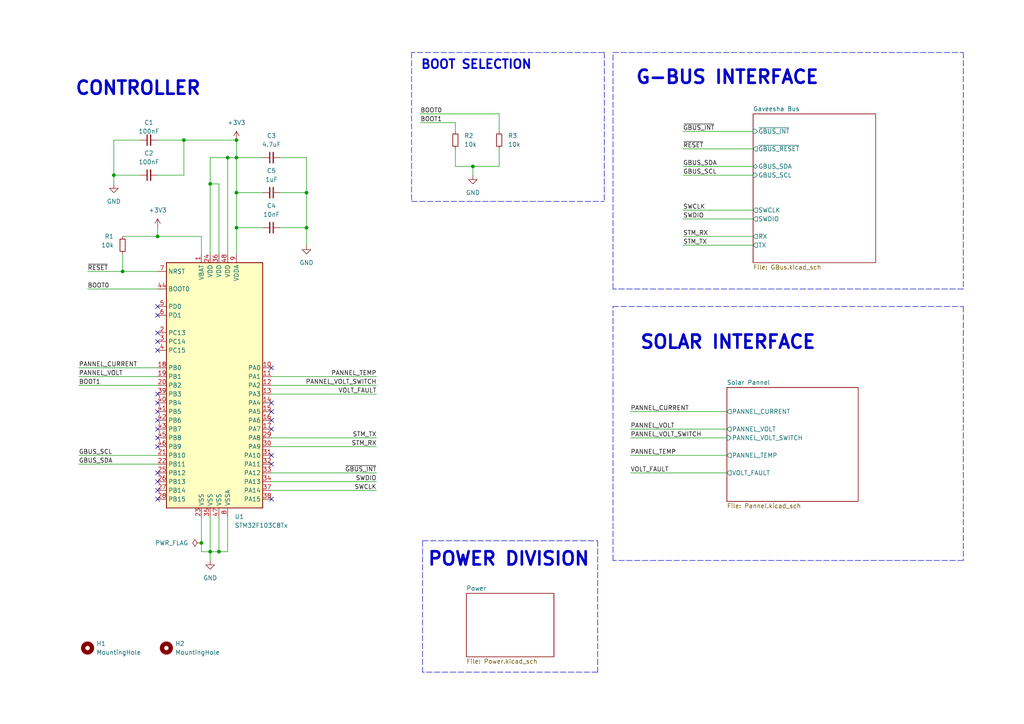
<source format=kicad_sch>
(kicad_sch (version 20211123) (generator eeschema)

  (uuid 97d03c1d-45ac-40e1-8e42-469a9d1ab44e)

  (paper "A4")

  (lib_symbols
    (symbol "Device:C_Small" (pin_numbers hide) (pin_names (offset 0.254) hide) (in_bom yes) (on_board yes)
      (property "Reference" "C" (id 0) (at 0.254 1.778 0)
        (effects (font (size 1.27 1.27)) (justify left))
      )
      (property "Value" "C_Small" (id 1) (at 0.254 -2.032 0)
        (effects (font (size 1.27 1.27)) (justify left))
      )
      (property "Footprint" "" (id 2) (at 0 0 0)
        (effects (font (size 1.27 1.27)) hide)
      )
      (property "Datasheet" "~" (id 3) (at 0 0 0)
        (effects (font (size 1.27 1.27)) hide)
      )
      (property "ki_keywords" "capacitor cap" (id 4) (at 0 0 0)
        (effects (font (size 1.27 1.27)) hide)
      )
      (property "ki_description" "Unpolarized capacitor, small symbol" (id 5) (at 0 0 0)
        (effects (font (size 1.27 1.27)) hide)
      )
      (property "ki_fp_filters" "C_*" (id 6) (at 0 0 0)
        (effects (font (size 1.27 1.27)) hide)
      )
      (symbol "C_Small_0_1"
        (polyline
          (pts
            (xy -1.524 -0.508)
            (xy 1.524 -0.508)
          )
          (stroke (width 0.3302) (type default) (color 0 0 0 0))
          (fill (type none))
        )
        (polyline
          (pts
            (xy -1.524 0.508)
            (xy 1.524 0.508)
          )
          (stroke (width 0.3048) (type default) (color 0 0 0 0))
          (fill (type none))
        )
      )
      (symbol "C_Small_1_1"
        (pin passive line (at 0 2.54 270) (length 2.032)
          (name "~" (effects (font (size 1.27 1.27))))
          (number "1" (effects (font (size 1.27 1.27))))
        )
        (pin passive line (at 0 -2.54 90) (length 2.032)
          (name "~" (effects (font (size 1.27 1.27))))
          (number "2" (effects (font (size 1.27 1.27))))
        )
      )
    )
    (symbol "Device:R_Small" (pin_numbers hide) (pin_names (offset 0.254) hide) (in_bom yes) (on_board yes)
      (property "Reference" "R" (id 0) (at 0.762 0.508 0)
        (effects (font (size 1.27 1.27)) (justify left))
      )
      (property "Value" "R_Small" (id 1) (at 0.762 -1.016 0)
        (effects (font (size 1.27 1.27)) (justify left))
      )
      (property "Footprint" "" (id 2) (at 0 0 0)
        (effects (font (size 1.27 1.27)) hide)
      )
      (property "Datasheet" "~" (id 3) (at 0 0 0)
        (effects (font (size 1.27 1.27)) hide)
      )
      (property "ki_keywords" "R resistor" (id 4) (at 0 0 0)
        (effects (font (size 1.27 1.27)) hide)
      )
      (property "ki_description" "Resistor, small symbol" (id 5) (at 0 0 0)
        (effects (font (size 1.27 1.27)) hide)
      )
      (property "ki_fp_filters" "R_*" (id 6) (at 0 0 0)
        (effects (font (size 1.27 1.27)) hide)
      )
      (symbol "R_Small_0_1"
        (rectangle (start -0.762 1.778) (end 0.762 -1.778)
          (stroke (width 0.2032) (type default) (color 0 0 0 0))
          (fill (type none))
        )
      )
      (symbol "R_Small_1_1"
        (pin passive line (at 0 2.54 270) (length 0.762)
          (name "~" (effects (font (size 1.27 1.27))))
          (number "1" (effects (font (size 1.27 1.27))))
        )
        (pin passive line (at 0 -2.54 90) (length 0.762)
          (name "~" (effects (font (size 1.27 1.27))))
          (number "2" (effects (font (size 1.27 1.27))))
        )
      )
    )
    (symbol "MCU_ST_STM32F1:STM32F103C8Tx" (in_bom yes) (on_board yes)
      (property "Reference" "U" (id 0) (at -15.24 36.83 0)
        (effects (font (size 1.27 1.27)) (justify left))
      )
      (property "Value" "STM32F103C8Tx" (id 1) (at 7.62 36.83 0)
        (effects (font (size 1.27 1.27)) (justify left))
      )
      (property "Footprint" "Package_QFP:LQFP-48_7x7mm_P0.5mm" (id 2) (at -15.24 -35.56 0)
        (effects (font (size 1.27 1.27)) (justify right) hide)
      )
      (property "Datasheet" "http://www.st.com/st-web-ui/static/active/en/resource/technical/document/datasheet/CD00161566.pdf" (id 3) (at 0 0 0)
        (effects (font (size 1.27 1.27)) hide)
      )
      (property "ki_keywords" "ARM Cortex-M3 STM32F1 STM32F103" (id 4) (at 0 0 0)
        (effects (font (size 1.27 1.27)) hide)
      )
      (property "ki_description" "ARM Cortex-M3 MCU, 64KB flash, 20KB RAM, 72MHz, 2-3.6V, 37 GPIO, LQFP-48" (id 5) (at 0 0 0)
        (effects (font (size 1.27 1.27)) hide)
      )
      (property "ki_fp_filters" "LQFP*7x7mm*P0.5mm*" (id 6) (at 0 0 0)
        (effects (font (size 1.27 1.27)) hide)
      )
      (symbol "STM32F103C8Tx_0_1"
        (rectangle (start -15.24 -35.56) (end 12.7 35.56)
          (stroke (width 0.254) (type default) (color 0 0 0 0))
          (fill (type background))
        )
      )
      (symbol "STM32F103C8Tx_1_1"
        (pin power_in line (at -5.08 38.1 270) (length 2.54)
          (name "VBAT" (effects (font (size 1.27 1.27))))
          (number "1" (effects (font (size 1.27 1.27))))
        )
        (pin bidirectional line (at 15.24 5.08 180) (length 2.54)
          (name "PA0" (effects (font (size 1.27 1.27))))
          (number "10" (effects (font (size 1.27 1.27))))
        )
        (pin bidirectional line (at 15.24 2.54 180) (length 2.54)
          (name "PA1" (effects (font (size 1.27 1.27))))
          (number "11" (effects (font (size 1.27 1.27))))
        )
        (pin bidirectional line (at 15.24 0 180) (length 2.54)
          (name "PA2" (effects (font (size 1.27 1.27))))
          (number "12" (effects (font (size 1.27 1.27))))
        )
        (pin bidirectional line (at 15.24 -2.54 180) (length 2.54)
          (name "PA3" (effects (font (size 1.27 1.27))))
          (number "13" (effects (font (size 1.27 1.27))))
        )
        (pin bidirectional line (at 15.24 -5.08 180) (length 2.54)
          (name "PA4" (effects (font (size 1.27 1.27))))
          (number "14" (effects (font (size 1.27 1.27))))
        )
        (pin bidirectional line (at 15.24 -7.62 180) (length 2.54)
          (name "PA5" (effects (font (size 1.27 1.27))))
          (number "15" (effects (font (size 1.27 1.27))))
        )
        (pin bidirectional line (at 15.24 -10.16 180) (length 2.54)
          (name "PA6" (effects (font (size 1.27 1.27))))
          (number "16" (effects (font (size 1.27 1.27))))
        )
        (pin bidirectional line (at 15.24 -12.7 180) (length 2.54)
          (name "PA7" (effects (font (size 1.27 1.27))))
          (number "17" (effects (font (size 1.27 1.27))))
        )
        (pin bidirectional line (at -17.78 5.08 0) (length 2.54)
          (name "PB0" (effects (font (size 1.27 1.27))))
          (number "18" (effects (font (size 1.27 1.27))))
        )
        (pin bidirectional line (at -17.78 2.54 0) (length 2.54)
          (name "PB1" (effects (font (size 1.27 1.27))))
          (number "19" (effects (font (size 1.27 1.27))))
        )
        (pin bidirectional line (at -17.78 15.24 0) (length 2.54)
          (name "PC13" (effects (font (size 1.27 1.27))))
          (number "2" (effects (font (size 1.27 1.27))))
        )
        (pin bidirectional line (at -17.78 0 0) (length 2.54)
          (name "PB2" (effects (font (size 1.27 1.27))))
          (number "20" (effects (font (size 1.27 1.27))))
        )
        (pin bidirectional line (at -17.78 -20.32 0) (length 2.54)
          (name "PB10" (effects (font (size 1.27 1.27))))
          (number "21" (effects (font (size 1.27 1.27))))
        )
        (pin bidirectional line (at -17.78 -22.86 0) (length 2.54)
          (name "PB11" (effects (font (size 1.27 1.27))))
          (number "22" (effects (font (size 1.27 1.27))))
        )
        (pin power_in line (at -5.08 -38.1 90) (length 2.54)
          (name "VSS" (effects (font (size 1.27 1.27))))
          (number "23" (effects (font (size 1.27 1.27))))
        )
        (pin power_in line (at -2.54 38.1 270) (length 2.54)
          (name "VDD" (effects (font (size 1.27 1.27))))
          (number "24" (effects (font (size 1.27 1.27))))
        )
        (pin bidirectional line (at -17.78 -25.4 0) (length 2.54)
          (name "PB12" (effects (font (size 1.27 1.27))))
          (number "25" (effects (font (size 1.27 1.27))))
        )
        (pin bidirectional line (at -17.78 -27.94 0) (length 2.54)
          (name "PB13" (effects (font (size 1.27 1.27))))
          (number "26" (effects (font (size 1.27 1.27))))
        )
        (pin bidirectional line (at -17.78 -30.48 0) (length 2.54)
          (name "PB14" (effects (font (size 1.27 1.27))))
          (number "27" (effects (font (size 1.27 1.27))))
        )
        (pin bidirectional line (at -17.78 -33.02 0) (length 2.54)
          (name "PB15" (effects (font (size 1.27 1.27))))
          (number "28" (effects (font (size 1.27 1.27))))
        )
        (pin bidirectional line (at 15.24 -15.24 180) (length 2.54)
          (name "PA8" (effects (font (size 1.27 1.27))))
          (number "29" (effects (font (size 1.27 1.27))))
        )
        (pin bidirectional line (at -17.78 12.7 0) (length 2.54)
          (name "PC14" (effects (font (size 1.27 1.27))))
          (number "3" (effects (font (size 1.27 1.27))))
        )
        (pin bidirectional line (at 15.24 -17.78 180) (length 2.54)
          (name "PA9" (effects (font (size 1.27 1.27))))
          (number "30" (effects (font (size 1.27 1.27))))
        )
        (pin bidirectional line (at 15.24 -20.32 180) (length 2.54)
          (name "PA10" (effects (font (size 1.27 1.27))))
          (number "31" (effects (font (size 1.27 1.27))))
        )
        (pin bidirectional line (at 15.24 -22.86 180) (length 2.54)
          (name "PA11" (effects (font (size 1.27 1.27))))
          (number "32" (effects (font (size 1.27 1.27))))
        )
        (pin bidirectional line (at 15.24 -25.4 180) (length 2.54)
          (name "PA12" (effects (font (size 1.27 1.27))))
          (number "33" (effects (font (size 1.27 1.27))))
        )
        (pin bidirectional line (at 15.24 -27.94 180) (length 2.54)
          (name "PA13" (effects (font (size 1.27 1.27))))
          (number "34" (effects (font (size 1.27 1.27))))
        )
        (pin power_in line (at -2.54 -38.1 90) (length 2.54)
          (name "VSS" (effects (font (size 1.27 1.27))))
          (number "35" (effects (font (size 1.27 1.27))))
        )
        (pin power_in line (at 0 38.1 270) (length 2.54)
          (name "VDD" (effects (font (size 1.27 1.27))))
          (number "36" (effects (font (size 1.27 1.27))))
        )
        (pin bidirectional line (at 15.24 -30.48 180) (length 2.54)
          (name "PA14" (effects (font (size 1.27 1.27))))
          (number "37" (effects (font (size 1.27 1.27))))
        )
        (pin bidirectional line (at 15.24 -33.02 180) (length 2.54)
          (name "PA15" (effects (font (size 1.27 1.27))))
          (number "38" (effects (font (size 1.27 1.27))))
        )
        (pin bidirectional line (at -17.78 -2.54 0) (length 2.54)
          (name "PB3" (effects (font (size 1.27 1.27))))
          (number "39" (effects (font (size 1.27 1.27))))
        )
        (pin bidirectional line (at -17.78 10.16 0) (length 2.54)
          (name "PC15" (effects (font (size 1.27 1.27))))
          (number "4" (effects (font (size 1.27 1.27))))
        )
        (pin bidirectional line (at -17.78 -5.08 0) (length 2.54)
          (name "PB4" (effects (font (size 1.27 1.27))))
          (number "40" (effects (font (size 1.27 1.27))))
        )
        (pin bidirectional line (at -17.78 -7.62 0) (length 2.54)
          (name "PB5" (effects (font (size 1.27 1.27))))
          (number "41" (effects (font (size 1.27 1.27))))
        )
        (pin bidirectional line (at -17.78 -10.16 0) (length 2.54)
          (name "PB6" (effects (font (size 1.27 1.27))))
          (number "42" (effects (font (size 1.27 1.27))))
        )
        (pin bidirectional line (at -17.78 -12.7 0) (length 2.54)
          (name "PB7" (effects (font (size 1.27 1.27))))
          (number "43" (effects (font (size 1.27 1.27))))
        )
        (pin input line (at -17.78 27.94 0) (length 2.54)
          (name "BOOT0" (effects (font (size 1.27 1.27))))
          (number "44" (effects (font (size 1.27 1.27))))
        )
        (pin bidirectional line (at -17.78 -15.24 0) (length 2.54)
          (name "PB8" (effects (font (size 1.27 1.27))))
          (number "45" (effects (font (size 1.27 1.27))))
        )
        (pin bidirectional line (at -17.78 -17.78 0) (length 2.54)
          (name "PB9" (effects (font (size 1.27 1.27))))
          (number "46" (effects (font (size 1.27 1.27))))
        )
        (pin power_in line (at 0 -38.1 90) (length 2.54)
          (name "VSS" (effects (font (size 1.27 1.27))))
          (number "47" (effects (font (size 1.27 1.27))))
        )
        (pin power_in line (at 2.54 38.1 270) (length 2.54)
          (name "VDD" (effects (font (size 1.27 1.27))))
          (number "48" (effects (font (size 1.27 1.27))))
        )
        (pin input line (at -17.78 22.86 0) (length 2.54)
          (name "PD0" (effects (font (size 1.27 1.27))))
          (number "5" (effects (font (size 1.27 1.27))))
        )
        (pin input line (at -17.78 20.32 0) (length 2.54)
          (name "PD1" (effects (font (size 1.27 1.27))))
          (number "6" (effects (font (size 1.27 1.27))))
        )
        (pin input line (at -17.78 33.02 0) (length 2.54)
          (name "NRST" (effects (font (size 1.27 1.27))))
          (number "7" (effects (font (size 1.27 1.27))))
        )
        (pin power_in line (at 2.54 -38.1 90) (length 2.54)
          (name "VSSA" (effects (font (size 1.27 1.27))))
          (number "8" (effects (font (size 1.27 1.27))))
        )
        (pin power_in line (at 5.08 38.1 270) (length 2.54)
          (name "VDDA" (effects (font (size 1.27 1.27))))
          (number "9" (effects (font (size 1.27 1.27))))
        )
      )
    )
    (symbol "Mechanical:MountingHole" (pin_names (offset 1.016)) (in_bom yes) (on_board yes)
      (property "Reference" "H" (id 0) (at 0 5.08 0)
        (effects (font (size 1.27 1.27)))
      )
      (property "Value" "MountingHole" (id 1) (at 0 3.175 0)
        (effects (font (size 1.27 1.27)))
      )
      (property "Footprint" "" (id 2) (at 0 0 0)
        (effects (font (size 1.27 1.27)) hide)
      )
      (property "Datasheet" "~" (id 3) (at 0 0 0)
        (effects (font (size 1.27 1.27)) hide)
      )
      (property "ki_keywords" "mounting hole" (id 4) (at 0 0 0)
        (effects (font (size 1.27 1.27)) hide)
      )
      (property "ki_description" "Mounting Hole without connection" (id 5) (at 0 0 0)
        (effects (font (size 1.27 1.27)) hide)
      )
      (property "ki_fp_filters" "MountingHole*" (id 6) (at 0 0 0)
        (effects (font (size 1.27 1.27)) hide)
      )
      (symbol "MountingHole_0_1"
        (circle (center 0 0) (radius 1.27)
          (stroke (width 1.27) (type default) (color 0 0 0 0))
          (fill (type none))
        )
      )
    )
    (symbol "power:+3V3" (power) (pin_names (offset 0)) (in_bom yes) (on_board yes)
      (property "Reference" "#PWR" (id 0) (at 0 -3.81 0)
        (effects (font (size 1.27 1.27)) hide)
      )
      (property "Value" "+3V3" (id 1) (at 0 3.556 0)
        (effects (font (size 1.27 1.27)))
      )
      (property "Footprint" "" (id 2) (at 0 0 0)
        (effects (font (size 1.27 1.27)) hide)
      )
      (property "Datasheet" "" (id 3) (at 0 0 0)
        (effects (font (size 1.27 1.27)) hide)
      )
      (property "ki_keywords" "power-flag" (id 4) (at 0 0 0)
        (effects (font (size 1.27 1.27)) hide)
      )
      (property "ki_description" "Power symbol creates a global label with name \"+3V3\"" (id 5) (at 0 0 0)
        (effects (font (size 1.27 1.27)) hide)
      )
      (symbol "+3V3_0_1"
        (polyline
          (pts
            (xy -0.762 1.27)
            (xy 0 2.54)
          )
          (stroke (width 0) (type default) (color 0 0 0 0))
          (fill (type none))
        )
        (polyline
          (pts
            (xy 0 0)
            (xy 0 2.54)
          )
          (stroke (width 0) (type default) (color 0 0 0 0))
          (fill (type none))
        )
        (polyline
          (pts
            (xy 0 2.54)
            (xy 0.762 1.27)
          )
          (stroke (width 0) (type default) (color 0 0 0 0))
          (fill (type none))
        )
      )
      (symbol "+3V3_1_1"
        (pin power_in line (at 0 0 90) (length 0) hide
          (name "+3V3" (effects (font (size 1.27 1.27))))
          (number "1" (effects (font (size 1.27 1.27))))
        )
      )
    )
    (symbol "power:GND" (power) (pin_names (offset 0)) (in_bom yes) (on_board yes)
      (property "Reference" "#PWR" (id 0) (at 0 -6.35 0)
        (effects (font (size 1.27 1.27)) hide)
      )
      (property "Value" "GND" (id 1) (at 0 -3.81 0)
        (effects (font (size 1.27 1.27)))
      )
      (property "Footprint" "" (id 2) (at 0 0 0)
        (effects (font (size 1.27 1.27)) hide)
      )
      (property "Datasheet" "" (id 3) (at 0 0 0)
        (effects (font (size 1.27 1.27)) hide)
      )
      (property "ki_keywords" "power-flag" (id 4) (at 0 0 0)
        (effects (font (size 1.27 1.27)) hide)
      )
      (property "ki_description" "Power symbol creates a global label with name \"GND\" , ground" (id 5) (at 0 0 0)
        (effects (font (size 1.27 1.27)) hide)
      )
      (symbol "GND_0_1"
        (polyline
          (pts
            (xy 0 0)
            (xy 0 -1.27)
            (xy 1.27 -1.27)
            (xy 0 -2.54)
            (xy -1.27 -1.27)
            (xy 0 -1.27)
          )
          (stroke (width 0) (type default) (color 0 0 0 0))
          (fill (type none))
        )
      )
      (symbol "GND_1_1"
        (pin power_in line (at 0 0 270) (length 0) hide
          (name "GND" (effects (font (size 1.27 1.27))))
          (number "1" (effects (font (size 1.27 1.27))))
        )
      )
    )
    (symbol "power:PWR_FLAG" (power) (pin_numbers hide) (pin_names (offset 0) hide) (in_bom yes) (on_board yes)
      (property "Reference" "#FLG" (id 0) (at 0 1.905 0)
        (effects (font (size 1.27 1.27)) hide)
      )
      (property "Value" "PWR_FLAG" (id 1) (at 0 3.81 0)
        (effects (font (size 1.27 1.27)))
      )
      (property "Footprint" "" (id 2) (at 0 0 0)
        (effects (font (size 1.27 1.27)) hide)
      )
      (property "Datasheet" "~" (id 3) (at 0 0 0)
        (effects (font (size 1.27 1.27)) hide)
      )
      (property "ki_keywords" "power-flag" (id 4) (at 0 0 0)
        (effects (font (size 1.27 1.27)) hide)
      )
      (property "ki_description" "Special symbol for telling ERC where power comes from" (id 5) (at 0 0 0)
        (effects (font (size 1.27 1.27)) hide)
      )
      (symbol "PWR_FLAG_0_0"
        (pin power_out line (at 0 0 90) (length 0)
          (name "pwr" (effects (font (size 1.27 1.27))))
          (number "1" (effects (font (size 1.27 1.27))))
        )
      )
      (symbol "PWR_FLAG_0_1"
        (polyline
          (pts
            (xy 0 0)
            (xy 0 1.27)
            (xy -1.016 1.905)
            (xy 0 2.54)
            (xy 1.016 1.905)
            (xy 0 1.27)
          )
          (stroke (width 0) (type default) (color 0 0 0 0))
          (fill (type none))
        )
      )
    )
  )

  (junction (at 58.42 157.48) (diameter 0) (color 0 0 0 0)
    (uuid 0db5d177-55d4-4c16-9abd-ffc8022da76a)
  )
  (junction (at 66.04 45.72) (diameter 0) (color 0 0 0 0)
    (uuid 1992896f-916c-4b54-bb36-d731df468a24)
  )
  (junction (at 68.58 40.64) (diameter 0) (color 0 0 0 0)
    (uuid 2fb8ef81-4eee-40a9-a0a2-ec31da26f661)
  )
  (junction (at 88.9 66.04) (diameter 0) (color 0 0 0 0)
    (uuid 4a1e707e-c93d-4190-bffa-9d048cfee02c)
  )
  (junction (at 45.72 68.58) (diameter 0) (color 0 0 0 0)
    (uuid 5527fd7e-14e3-47e0-adc7-d2bac7caf8dc)
  )
  (junction (at 68.58 55.88) (diameter 0) (color 0 0 0 0)
    (uuid 5add3de7-fcb3-427b-83d4-539dcfac4a0f)
  )
  (junction (at 53.34 40.64) (diameter 0) (color 0 0 0 0)
    (uuid 7779bf40-813d-43cc-8e0e-c04bc252fbe0)
  )
  (junction (at 68.58 45.72) (diameter 0) (color 0 0 0 0)
    (uuid 8f91e3f0-312b-4029-96c9-e075a5b8234d)
  )
  (junction (at 60.96 53.34) (diameter 0) (color 0 0 0 0)
    (uuid a34c04bb-a272-4443-800f-d32d72611e08)
  )
  (junction (at 60.96 160.02) (diameter 0) (color 0 0 0 0)
    (uuid b809db2b-471f-4da7-bc35-9099989255fc)
  )
  (junction (at 33.02 50.8) (diameter 0) (color 0 0 0 0)
    (uuid ccb29df3-2f2a-4e60-a606-a7a187a4777e)
  )
  (junction (at 137.16 48.26) (diameter 0) (color 0 0 0 0)
    (uuid cdd961ac-960e-4751-ba7b-644c78365671)
  )
  (junction (at 88.9 55.88) (diameter 0) (color 0 0 0 0)
    (uuid d5904d8f-e839-4334-bf66-2b2dd0e4790c)
  )
  (junction (at 63.5 160.02) (diameter 0) (color 0 0 0 0)
    (uuid ee9ca775-fedb-4b68-94e9-c0e3ab5b143c)
  )
  (junction (at 35.56 78.74) (diameter 0) (color 0 0 0 0)
    (uuid f14b2252-7d97-4b7e-a5da-5182525537e9)
  )
  (junction (at 68.58 66.04) (diameter 0) (color 0 0 0 0)
    (uuid f5e9c8d1-fb06-420c-a5d6-68b6040fa9b1)
  )

  (no_connect (at 45.72 139.7) (uuid 032c91e3-13af-430f-b541-1965f66807af))
  (no_connect (at 45.72 88.9) (uuid 0a7dc8b7-9f24-4457-a7de-64e85f98844d))
  (no_connect (at 78.74 134.62) (uuid 0f2b7c45-6cf0-4efb-84bd-0ed7576c2539))
  (no_connect (at 45.72 144.78) (uuid 1c02a826-cf22-42dc-af49-9b2be4fd0be9))
  (no_connect (at 78.74 124.46) (uuid 1fafa171-fd92-46d6-90cd-afe808e7ddca))
  (no_connect (at 78.74 119.38) (uuid 2dbf37d5-1b62-492d-b354-916cb75abd27))
  (no_connect (at 45.72 137.16) (uuid 36ef9c92-10f1-4df3-b705-52fd55e6d978))
  (no_connect (at 78.74 106.68) (uuid 5f13d183-74b5-4fe9-8edf-be1f0d98e233))
  (no_connect (at 45.72 129.54) (uuid 5f85358d-0872-47ff-876d-fccfe167d53e))
  (no_connect (at 45.72 96.52) (uuid 650fd468-6c16-4c69-99e7-32cf281724a6))
  (no_connect (at 45.72 114.3) (uuid 681cfa7d-625c-485f-a963-a5bdd5bd3335))
  (no_connect (at 45.72 127) (uuid 68895d33-1687-464c-98c2-ed1381ba983e))
  (no_connect (at 78.74 121.92) (uuid 77cd975e-9253-4018-95a6-89a8730e4b94))
  (no_connect (at 45.72 99.06) (uuid 9efd7fdc-0e50-44f2-a23d-5990fa27a742))
  (no_connect (at 45.72 142.24) (uuid afe464b2-bef6-4342-86c6-d1f152bfc8d8))
  (no_connect (at 45.72 124.46) (uuid b8d8ea7c-b8e6-4609-bf05-40333432346e))
  (no_connect (at 78.74 144.78) (uuid c4bf1f9c-bbeb-4f53-8116-fe13f9e6b84c))
  (no_connect (at 78.74 116.84) (uuid c96fd114-66c3-4a38-9308-f752fde68c05))
  (no_connect (at 45.72 121.92) (uuid cb80d2ec-02a5-4353-9999-d48a6ea4841e))
  (no_connect (at 78.74 132.08) (uuid d0c3e58c-251b-40bd-bee5-a7d9bbd31e37))
  (no_connect (at 45.72 119.38) (uuid d3fb31e8-6e6b-4a3e-bca4-fbaaf66c3be6))
  (no_connect (at 45.72 116.84) (uuid d7b64a72-9b93-4074-b4d2-ff54cf0749d6))
  (no_connect (at 45.72 91.44) (uuid e396e50c-8182-47f4-96ab-986732be9735))
  (no_connect (at 45.72 101.6) (uuid efc66e20-d80c-41b0-bad4-ccd53704b178))

  (wire (pts (xy 182.88 132.08) (xy 210.82 132.08))
    (stroke (width 0) (type default) (color 0 0 0 0))
    (uuid 0274de48-5b6c-42ef-a4f3-1ea6ea439662)
  )
  (polyline (pts (xy 122.555 156.845) (xy 122.555 194.945))
    (stroke (width 0) (type default) (color 0 0 0 0))
    (uuid 0954f155-60df-443f-90b7-91c0f0ddcd3d)
  )

  (wire (pts (xy 198.12 50.8) (xy 218.44 50.8))
    (stroke (width 0) (type default) (color 0 0 0 0))
    (uuid 096b4d7b-2ee6-4cef-bafc-52651b1b6e9f)
  )
  (wire (pts (xy 88.9 66.04) (xy 88.9 71.12))
    (stroke (width 0) (type default) (color 0 0 0 0))
    (uuid 0bea2fad-ba7f-4136-8c68-a5c0ea5fb37a)
  )
  (wire (pts (xy 22.86 132.08) (xy 45.72 132.08))
    (stroke (width 0) (type default) (color 0 0 0 0))
    (uuid 0d132825-9446-45f2-a551-93e8626f836b)
  )
  (wire (pts (xy 78.74 137.16) (xy 109.22 137.16))
    (stroke (width 0) (type default) (color 0 0 0 0))
    (uuid 0f13bf80-d36e-4889-896c-cead56a3ae06)
  )
  (wire (pts (xy 198.12 60.96) (xy 218.44 60.96))
    (stroke (width 0) (type default) (color 0 0 0 0))
    (uuid 10d2f78f-73b3-449a-9e2e-0bf3f5ffd23c)
  )
  (wire (pts (xy 60.96 160.02) (xy 60.96 162.56))
    (stroke (width 0) (type default) (color 0 0 0 0))
    (uuid 1740ca78-fc05-406f-b244-2a213a1281c5)
  )
  (wire (pts (xy 53.34 40.64) (xy 53.34 50.8))
    (stroke (width 0) (type default) (color 0 0 0 0))
    (uuid 17aa18d8-6cc7-4050-b6f1-742c9ba47933)
  )
  (wire (pts (xy 60.96 149.86) (xy 60.96 160.02))
    (stroke (width 0) (type default) (color 0 0 0 0))
    (uuid 1a215102-f85e-43b4-9c6d-8a5f037d420d)
  )
  (wire (pts (xy 33.02 50.8) (xy 33.02 53.34))
    (stroke (width 0) (type default) (color 0 0 0 0))
    (uuid 1a257c09-4842-46fe-818f-3bca9e51663d)
  )
  (polyline (pts (xy 175.26 15.24) (xy 175.26 58.42))
    (stroke (width 0) (type default) (color 0 0 0 0))
    (uuid 1c688e2e-bcca-4272-aef6-b9a719e9180b)
  )

  (wire (pts (xy 182.88 124.46) (xy 210.82 124.46))
    (stroke (width 0) (type default) (color 0 0 0 0))
    (uuid 1d81bb7f-ac74-45d1-9492-6506f198927d)
  )
  (wire (pts (xy 22.86 106.68) (xy 45.72 106.68))
    (stroke (width 0) (type default) (color 0 0 0 0))
    (uuid 1ded86cf-9968-4981-a2f2-72f759a9c03a)
  )
  (wire (pts (xy 144.78 48.26) (xy 144.78 43.18))
    (stroke (width 0) (type default) (color 0 0 0 0))
    (uuid 1ec406b7-f296-4d98-9d04-59baf803593b)
  )
  (wire (pts (xy 78.74 109.22) (xy 109.22 109.22))
    (stroke (width 0) (type default) (color 0 0 0 0))
    (uuid 20e6d111-fa4d-4f1a-97c9-2a3cc7675ba4)
  )
  (polyline (pts (xy 279.4 15.24) (xy 279.4 83.82))
    (stroke (width 0) (type default) (color 0 0 0 0))
    (uuid 212e4759-dd6d-4ed6-93b4-5c391bcaa554)
  )

  (wire (pts (xy 22.86 134.62) (xy 45.72 134.62))
    (stroke (width 0) (type default) (color 0 0 0 0))
    (uuid 278655b1-1987-4a50-8716-a67d28868fec)
  )
  (wire (pts (xy 63.5 160.02) (xy 66.04 160.02))
    (stroke (width 0) (type default) (color 0 0 0 0))
    (uuid 2a8cff71-1860-46fb-a43b-cebfce166d1a)
  )
  (wire (pts (xy 121.92 35.56) (xy 132.08 35.56))
    (stroke (width 0) (type default) (color 0 0 0 0))
    (uuid 2de94ada-1cc7-4d55-9de6-1064dcad4d43)
  )
  (wire (pts (xy 25.4 78.74) (xy 35.56 78.74))
    (stroke (width 0) (type default) (color 0 0 0 0))
    (uuid 2f0a6c76-c6da-4106-96b4-b6d1552a8a4e)
  )
  (wire (pts (xy 68.58 55.88) (xy 76.2 55.88))
    (stroke (width 0) (type default) (color 0 0 0 0))
    (uuid 2fa948cd-e47e-4d41-ba01-08aa297685c2)
  )
  (wire (pts (xy 63.5 149.86) (xy 63.5 160.02))
    (stroke (width 0) (type default) (color 0 0 0 0))
    (uuid 322e3a2f-ace2-40f2-afed-994f18430e8c)
  )
  (wire (pts (xy 22.86 109.22) (xy 45.72 109.22))
    (stroke (width 0) (type default) (color 0 0 0 0))
    (uuid 34985a28-29e6-45de-be1b-aecc37d62e35)
  )
  (wire (pts (xy 25.4 83.82) (xy 45.72 83.82))
    (stroke (width 0) (type default) (color 0 0 0 0))
    (uuid 36b43461-04aa-4ac4-bfdb-0d001062ade5)
  )
  (wire (pts (xy 68.58 40.64) (xy 68.58 45.72))
    (stroke (width 0) (type default) (color 0 0 0 0))
    (uuid 3871d36c-691b-4811-a946-26fcb984db76)
  )
  (wire (pts (xy 68.58 55.88) (xy 68.58 66.04))
    (stroke (width 0) (type default) (color 0 0 0 0))
    (uuid 38f95074-3206-4e27-bc30-1d75fc250001)
  )
  (wire (pts (xy 58.42 149.86) (xy 58.42 157.48))
    (stroke (width 0) (type default) (color 0 0 0 0))
    (uuid 3f5fbbe0-2a7b-41ad-b324-67e488a7606e)
  )
  (wire (pts (xy 81.28 45.72) (xy 88.9 45.72))
    (stroke (width 0) (type default) (color 0 0 0 0))
    (uuid 3fb5791a-36cc-445a-9123-ae78a2873c39)
  )
  (wire (pts (xy 132.08 38.1) (xy 132.08 35.56))
    (stroke (width 0) (type default) (color 0 0 0 0))
    (uuid 41ec6db9-b9d5-4c1d-81c4-3253e038e915)
  )
  (wire (pts (xy 60.96 45.72) (xy 66.04 45.72))
    (stroke (width 0) (type default) (color 0 0 0 0))
    (uuid 42024947-fa03-41e4-a9a4-b541d5ee9163)
  )
  (wire (pts (xy 88.9 55.88) (xy 88.9 66.04))
    (stroke (width 0) (type default) (color 0 0 0 0))
    (uuid 4338b89e-7da0-4f93-aa7b-124c8fd6d4b5)
  )
  (wire (pts (xy 60.96 53.34) (xy 60.96 73.66))
    (stroke (width 0) (type default) (color 0 0 0 0))
    (uuid 45bcb13f-2231-4146-8082-108e1349d04a)
  )
  (wire (pts (xy 132.08 48.26) (xy 132.08 43.18))
    (stroke (width 0) (type default) (color 0 0 0 0))
    (uuid 484f1e54-3c4f-4ec0-8ae9-15dea54dae1a)
  )
  (wire (pts (xy 121.92 33.02) (xy 144.78 33.02))
    (stroke (width 0) (type default) (color 0 0 0 0))
    (uuid 485bf561-7563-4a22-b415-96a7d2a085ad)
  )
  (polyline (pts (xy 173.355 156.845) (xy 173.355 194.945))
    (stroke (width 0) (type default) (color 0 0 0 0))
    (uuid 49cab3c7-987c-432e-aa3c-5af04eea59d4)
  )
  (polyline (pts (xy 175.26 15.24) (xy 119.38 15.24))
    (stroke (width 0) (type default) (color 0 0 0 0))
    (uuid 4f35c806-2890-47a3-b6d9-e13dd54a247f)
  )

  (wire (pts (xy 198.12 48.26) (xy 218.44 48.26))
    (stroke (width 0) (type default) (color 0 0 0 0))
    (uuid 508138b5-489d-4c04-88e4-9ed682ae329c)
  )
  (wire (pts (xy 78.74 114.3) (xy 109.22 114.3))
    (stroke (width 0) (type default) (color 0 0 0 0))
    (uuid 51edac40-b76a-4e01-9b16-6d5eb5dbe921)
  )
  (wire (pts (xy 137.16 48.26) (xy 132.08 48.26))
    (stroke (width 0) (type default) (color 0 0 0 0))
    (uuid 56fdd21c-951b-4767-ae97-aab04cde5979)
  )
  (wire (pts (xy 60.96 53.34) (xy 60.96 45.72))
    (stroke (width 0) (type default) (color 0 0 0 0))
    (uuid 5979dee6-7990-43db-b2f8-1941d380aa8a)
  )
  (wire (pts (xy 33.02 40.64) (xy 33.02 50.8))
    (stroke (width 0) (type default) (color 0 0 0 0))
    (uuid 59bec684-64b6-4af5-be6a-7fc1bb50f11f)
  )
  (polyline (pts (xy 177.8 15.24) (xy 279.4 15.24))
    (stroke (width 0) (type default) (color 0 0 0 0))
    (uuid 5b961cdf-db9e-4929-9387-43c61cb1025a)
  )
  (polyline (pts (xy 173.355 194.945) (xy 122.555 194.945))
    (stroke (width 0) (type default) (color 0 0 0 0))
    (uuid 5be7847f-2c91-4c22-8393-9dd92bb6eb26)
  )
  (polyline (pts (xy 119.38 15.24) (xy 119.38 58.42))
    (stroke (width 0) (type default) (color 0 0 0 0))
    (uuid 5d14b1fb-1d48-49dd-bb42-b9f0f688d11b)
  )

  (wire (pts (xy 78.74 127) (xy 109.22 127))
    (stroke (width 0) (type default) (color 0 0 0 0))
    (uuid 6a062403-088b-4f2b-9032-a3601b2ca2d3)
  )
  (wire (pts (xy 63.5 53.34) (xy 63.5 73.66))
    (stroke (width 0) (type default) (color 0 0 0 0))
    (uuid 7009b772-5e17-4d37-9ef4-8983927d50cf)
  )
  (wire (pts (xy 198.12 43.18) (xy 218.44 43.18))
    (stroke (width 0) (type default) (color 0 0 0 0))
    (uuid 75f54099-402a-4d91-97fc-b58f17211f9d)
  )
  (wire (pts (xy 60.96 53.34) (xy 63.5 53.34))
    (stroke (width 0) (type default) (color 0 0 0 0))
    (uuid 79d82abc-81a0-4993-bc84-3e7a3072faab)
  )
  (wire (pts (xy 45.72 40.64) (xy 53.34 40.64))
    (stroke (width 0) (type default) (color 0 0 0 0))
    (uuid 7b575cbc-b096-4cce-b7a2-6df2adf58e1f)
  )
  (wire (pts (xy 81.28 55.88) (xy 88.9 55.88))
    (stroke (width 0) (type default) (color 0 0 0 0))
    (uuid 7e640e69-3e01-493a-be02-fddd9c289ecb)
  )
  (wire (pts (xy 35.56 68.58) (xy 45.72 68.58))
    (stroke (width 0) (type default) (color 0 0 0 0))
    (uuid 7fec3896-9fad-4454-bdaf-a95efe3f06a9)
  )
  (polyline (pts (xy 122.555 156.845) (xy 173.355 156.845))
    (stroke (width 0) (type default) (color 0 0 0 0))
    (uuid 80b5b9f3-2454-4fdb-8e04-7be16dcfb4aa)
  )
  (polyline (pts (xy 177.8 162.56) (xy 177.8 88.9))
    (stroke (width 0) (type default) (color 0 0 0 0))
    (uuid 8204bdda-f991-4abd-9383-3e0988d23a8c)
  )

  (wire (pts (xy 144.78 38.1) (xy 144.78 33.02))
    (stroke (width 0) (type default) (color 0 0 0 0))
    (uuid 8286279f-9fc4-48ab-aad3-bc7f12eae0b4)
  )
  (polyline (pts (xy 119.38 58.42) (xy 175.26 58.42))
    (stroke (width 0) (type default) (color 0 0 0 0))
    (uuid 89586b28-69f6-42ca-8998-5ab353c4af0e)
  )

  (wire (pts (xy 68.58 66.04) (xy 76.2 66.04))
    (stroke (width 0) (type default) (color 0 0 0 0))
    (uuid 896e5eda-b9d9-4822-84d4-371bbd4b685c)
  )
  (wire (pts (xy 78.74 129.54) (xy 109.22 129.54))
    (stroke (width 0) (type default) (color 0 0 0 0))
    (uuid 8c169065-23b5-462a-8ae9-78232af86e9a)
  )
  (wire (pts (xy 33.02 50.8) (xy 40.64 50.8))
    (stroke (width 0) (type default) (color 0 0 0 0))
    (uuid 8ff86c32-a2b2-4a26-b53a-9493b139a9ea)
  )
  (wire (pts (xy 22.86 111.76) (xy 45.72 111.76))
    (stroke (width 0) (type default) (color 0 0 0 0))
    (uuid 91ba374e-8682-4182-916c-48bb5287b1b0)
  )
  (wire (pts (xy 66.04 45.72) (xy 66.04 73.66))
    (stroke (width 0) (type default) (color 0 0 0 0))
    (uuid 943b2c52-5c46-4cff-9271-53abd09cae7d)
  )
  (wire (pts (xy 45.72 66.04) (xy 45.72 68.58))
    (stroke (width 0) (type default) (color 0 0 0 0))
    (uuid a13e895e-af0e-4125-b37f-f900a8dac8d6)
  )
  (wire (pts (xy 45.72 68.58) (xy 58.42 68.58))
    (stroke (width 0) (type default) (color 0 0 0 0))
    (uuid a1449eb2-b60a-464a-a668-9778ef9fcc78)
  )
  (wire (pts (xy 68.58 66.04) (xy 68.58 73.66))
    (stroke (width 0) (type default) (color 0 0 0 0))
    (uuid a43718c9-e326-4ca4-a2ce-de7a483730ea)
  )
  (wire (pts (xy 198.12 68.58) (xy 218.44 68.58))
    (stroke (width 0) (type default) (color 0 0 0 0))
    (uuid a4c5b0ac-2529-4c90-9dd2-491792b0b085)
  )
  (wire (pts (xy 88.9 45.72) (xy 88.9 55.88))
    (stroke (width 0) (type default) (color 0 0 0 0))
    (uuid a9e85200-feaa-4043-8197-09b29dd4df2a)
  )
  (wire (pts (xy 68.58 45.72) (xy 68.58 55.88))
    (stroke (width 0) (type default) (color 0 0 0 0))
    (uuid ab6564ea-170e-451c-8edd-06e53c48e5ad)
  )
  (wire (pts (xy 35.56 78.74) (xy 45.72 78.74))
    (stroke (width 0) (type default) (color 0 0 0 0))
    (uuid ac2a2ca4-8a07-42a1-96b9-413e1a00d604)
  )
  (wire (pts (xy 68.58 45.72) (xy 76.2 45.72))
    (stroke (width 0) (type default) (color 0 0 0 0))
    (uuid afe40807-76d6-4a18-86b4-db1eab44d2c0)
  )
  (wire (pts (xy 78.74 139.7) (xy 109.22 139.7))
    (stroke (width 0) (type default) (color 0 0 0 0))
    (uuid b1882078-83e2-4579-baf1-e60193be926d)
  )
  (wire (pts (xy 66.04 160.02) (xy 66.04 149.86))
    (stroke (width 0) (type default) (color 0 0 0 0))
    (uuid b19b68f9-cf4d-4801-bc5f-e0cc83f556b9)
  )
  (wire (pts (xy 78.74 142.24) (xy 109.22 142.24))
    (stroke (width 0) (type default) (color 0 0 0 0))
    (uuid b1e9eb80-7ac2-482f-aedd-d4ac04a8a90c)
  )
  (wire (pts (xy 137.16 48.26) (xy 144.78 48.26))
    (stroke (width 0) (type default) (color 0 0 0 0))
    (uuid b283628c-1889-4390-b3fb-9dac731f6972)
  )
  (wire (pts (xy 58.42 68.58) (xy 58.42 73.66))
    (stroke (width 0) (type default) (color 0 0 0 0))
    (uuid b318e3ef-0471-4977-9505-d646f9ce47b4)
  )
  (wire (pts (xy 35.56 73.66) (xy 35.56 78.74))
    (stroke (width 0) (type default) (color 0 0 0 0))
    (uuid b563f782-ec9c-479f-bfb7-e7bb3643adb0)
  )
  (wire (pts (xy 198.12 38.1) (xy 218.44 38.1))
    (stroke (width 0) (type default) (color 0 0 0 0))
    (uuid b5cd89eb-3d58-44df-9c72-3b1af3523dde)
  )
  (wire (pts (xy 182.88 137.16) (xy 210.82 137.16))
    (stroke (width 0) (type default) (color 0 0 0 0))
    (uuid b693f3a5-28d0-4bf9-a3f1-4de4a4fb3d27)
  )
  (polyline (pts (xy 279.4 162.56) (xy 177.8 162.56))
    (stroke (width 0) (type default) (color 0 0 0 0))
    (uuid b711bde8-279a-44a4-9feb-f21494f4af03)
  )

  (wire (pts (xy 198.12 63.5) (xy 218.44 63.5))
    (stroke (width 0) (type default) (color 0 0 0 0))
    (uuid bca13ab5-fe9c-49a9-8a39-9b3f6786fdf6)
  )
  (polyline (pts (xy 279.4 83.82) (xy 177.8 83.82))
    (stroke (width 0) (type default) (color 0 0 0 0))
    (uuid c19a5c34-0f1b-4c67-b9a5-8705c0cee9ab)
  )

  (wire (pts (xy 182.88 119.38) (xy 210.82 119.38))
    (stroke (width 0) (type default) (color 0 0 0 0))
    (uuid c28af85d-a96c-43e4-9d7c-1c9b549b2d30)
  )
  (polyline (pts (xy 177.8 88.9) (xy 279.4 88.9))
    (stroke (width 0) (type default) (color 0 0 0 0))
    (uuid c2949c81-7057-454c-a198-e5afe78dbc3d)
  )

  (wire (pts (xy 182.88 127) (xy 210.82 127))
    (stroke (width 0) (type default) (color 0 0 0 0))
    (uuid c7541b24-b83d-4b43-872f-9e0a0900cb3f)
  )
  (polyline (pts (xy 177.8 83.82) (xy 177.8 15.24))
    (stroke (width 0) (type default) (color 0 0 0 0))
    (uuid cf81229a-9279-496f-b654-8944c60f75e1)
  )

  (wire (pts (xy 66.04 45.72) (xy 68.58 45.72))
    (stroke (width 0) (type default) (color 0 0 0 0))
    (uuid d1b25b83-5374-490c-8528-416d4dfeeaab)
  )
  (wire (pts (xy 33.02 40.64) (xy 40.64 40.64))
    (stroke (width 0) (type default) (color 0 0 0 0))
    (uuid d3c19524-1c04-4957-9d6f-ded8b9e71fb3)
  )
  (wire (pts (xy 58.42 160.02) (xy 60.96 160.02))
    (stroke (width 0) (type default) (color 0 0 0 0))
    (uuid e519b4b9-a8b0-419f-af26-19c004c93992)
  )
  (wire (pts (xy 58.42 157.48) (xy 58.42 160.02))
    (stroke (width 0) (type default) (color 0 0 0 0))
    (uuid ed39e293-0f79-490c-b43c-865083a1c2c7)
  )
  (wire (pts (xy 78.74 111.76) (xy 109.22 111.76))
    (stroke (width 0) (type default) (color 0 0 0 0))
    (uuid ee108021-6942-4028-8e51-9087914cdbea)
  )
  (wire (pts (xy 53.34 40.64) (xy 68.58 40.64))
    (stroke (width 0) (type default) (color 0 0 0 0))
    (uuid f05cd6f5-f9ac-41ed-a04a-add23f68232b)
  )
  (wire (pts (xy 53.34 50.8) (xy 45.72 50.8))
    (stroke (width 0) (type default) (color 0 0 0 0))
    (uuid f13c26bb-7266-4e33-8b4e-16c1ecaa22c6)
  )
  (polyline (pts (xy 279.4 88.9) (xy 279.4 162.56))
    (stroke (width 0) (type default) (color 0 0 0 0))
    (uuid f1e0a481-d697-4b11-a57b-40486cec6318)
  )

  (wire (pts (xy 81.28 66.04) (xy 88.9 66.04))
    (stroke (width 0) (type default) (color 0 0 0 0))
    (uuid f3cfe0bc-79cb-4536-a3d7-32574bde42c8)
  )
  (wire (pts (xy 60.96 160.02) (xy 63.5 160.02))
    (stroke (width 0) (type default) (color 0 0 0 0))
    (uuid f51ed500-ffbb-4627-b0f3-226a4f2f64b4)
  )
  (wire (pts (xy 137.16 50.8) (xy 137.16 48.26))
    (stroke (width 0) (type default) (color 0 0 0 0))
    (uuid f6d0e535-994e-421b-a7fc-8f6d6bf06181)
  )
  (wire (pts (xy 198.12 71.12) (xy 218.44 71.12))
    (stroke (width 0) (type default) (color 0 0 0 0))
    (uuid f77740c7-552e-471c-95c1-97d550117dc8)
  )

  (text "CONTROLLER" (at 21.59 27.94 0)
    (effects (font (size 3.81 3.81) (thickness 0.762) bold) (justify left bottom))
    (uuid 0319460e-bd9f-4b47-99d4-a2c9dc5d842c)
  )
  (text "BOOT SELECTION" (at 121.92 20.32 0)
    (effects (font (size 2.54 2.54) (thickness 0.508) bold) (justify left bottom))
    (uuid 429e6890-4244-47a8-a861-6e66d6d04adf)
  )
  (text "POWER DIVISION" (at 123.825 164.465 0)
    (effects (font (size 3.81 3.81) bold) (justify left bottom))
    (uuid 8f91cdfa-f9e5-4ac7-96c0-625fb38ae6f3)
  )
  (text "SOLAR INTERFACE" (at 185.42 101.6 0)
    (effects (font (size 3.81 3.81) bold) (justify left bottom))
    (uuid ccb727f0-5bca-41c8-a871-1337ff5a2c54)
  )
  (text "G-BUS INTERFACE" (at 184.15 24.765 0)
    (effects (font (size 3.81 3.81) bold) (justify left bottom))
    (uuid f26d51f3-a733-4831-ae60-a6a26f72828e)
  )

  (label "BOOT0" (at 121.92 33.02 0)
    (effects (font (size 1.27 1.27)) (justify left bottom))
    (uuid 12d92d32-7f1e-44ab-b846-45cbc3c39727)
  )
  (label "SWCLK" (at 109.22 142.24 180)
    (effects (font (size 1.27 1.27)) (justify right bottom))
    (uuid 1897a9bb-6fbc-4821-b14c-98838034e6c6)
  )
  (label "STM_TX" (at 198.12 71.12 0)
    (effects (font (size 1.27 1.27)) (justify left bottom))
    (uuid 1a083b11-ae69-4ea1-aeee-c4977250b0a8)
  )
  (label "PANNEL_TEMP" (at 182.88 132.08 0)
    (effects (font (size 1.27 1.27)) (justify left bottom))
    (uuid 1b5b39e5-02b1-4aba-8149-87fc979c61db)
  )
  (label "BOOT1" (at 121.92 35.56 0)
    (effects (font (size 1.27 1.27)) (justify left bottom))
    (uuid 1eee96ae-4a88-467a-8b9b-f7e4abecc851)
  )
  (label "PANNEL_VOLT" (at 22.86 109.22 0)
    (effects (font (size 1.27 1.27)) (justify left bottom))
    (uuid 221f0959-39bf-4dfc-8cca-5272568ee55b)
  )
  (label "STM_RX" (at 198.12 68.58 0)
    (effects (font (size 1.27 1.27)) (justify left bottom))
    (uuid 2248f7aa-a3f2-4bdd-b660-38f7752ee079)
  )
  (label "PANNEL_CURRENT" (at 182.88 119.38 0)
    (effects (font (size 1.27 1.27)) (justify left bottom))
    (uuid 4b2cd2a7-e677-4ead-b8df-7e5638eb2c45)
  )
  (label "PANNEL_VOLT" (at 182.88 124.46 0)
    (effects (font (size 1.27 1.27)) (justify left bottom))
    (uuid 5a7d140f-1b8a-4803-bfa1-e558f3a35ec5)
  )
  (label "SWDIO" (at 109.22 139.7 180)
    (effects (font (size 1.27 1.27)) (justify right bottom))
    (uuid 6361d459-d27c-4bd2-9bcb-600cd84ffff7)
  )
  (label "PANNEL_VOLT_SWITCH" (at 182.88 127 0)
    (effects (font (size 1.27 1.27)) (justify left bottom))
    (uuid 6a40278a-842e-4bbc-ad74-3c65cafc2b02)
  )
  (label "STM_TX" (at 109.22 127 180)
    (effects (font (size 1.27 1.27)) (justify right bottom))
    (uuid 702f7f0b-2e87-4259-8a17-bba2ff172707)
  )
  (label "PANNEL_CURRENT" (at 22.86 106.68 0)
    (effects (font (size 1.27 1.27)) (justify left bottom))
    (uuid 7439a973-bd27-4311-97ae-f4d4965b7941)
  )
  (label "VOLT_FAULT" (at 182.88 137.16 0)
    (effects (font (size 1.27 1.27)) (justify left bottom))
    (uuid 7463cc12-1353-4969-8c33-9399b76f16db)
  )
  (label "GBUS_SDA" (at 22.86 134.62 0)
    (effects (font (size 1.27 1.27)) (justify left bottom))
    (uuid 7e6aa038-31b2-42a7-98c0-5167b11cb7d5)
  )
  (label "PANNEL_TEMP" (at 109.22 109.22 180)
    (effects (font (size 1.27 1.27)) (justify right bottom))
    (uuid 898669b9-0f36-4f9e-9691-dea0c3334b7c)
  )
  (label "~{RESET}" (at 198.12 43.18 0)
    (effects (font (size 1.27 1.27)) (justify left bottom))
    (uuid 938f981a-d899-466c-bced-f11f5ec2c695)
  )
  (label "VOLT_FAULT" (at 109.22 114.3 180)
    (effects (font (size 1.27 1.27)) (justify right bottom))
    (uuid 9f7f67e1-6821-4aed-bea2-47e84414bf0d)
  )
  (label "GBUS_SDA" (at 198.12 48.26 0)
    (effects (font (size 1.27 1.27)) (justify left bottom))
    (uuid a71ca0b6-7968-4de5-a8a4-ef91feeed0f4)
  )
  (label "~{GBUS_INT}" (at 198.12 38.1 0)
    (effects (font (size 1.27 1.27)) (justify left bottom))
    (uuid b8cbf95b-f843-409e-a0d1-9c13ce42fecb)
  )
  (label "STM_RX" (at 109.22 129.54 180)
    (effects (font (size 1.27 1.27)) (justify right bottom))
    (uuid b9442807-e636-4e66-855c-2984a4fe84ac)
  )
  (label "SWCLK" (at 198.12 60.96 0)
    (effects (font (size 1.27 1.27)) (justify left bottom))
    (uuid bb44f785-b219-42bd-91b0-f207b764ffd9)
  )
  (label "~{RESET}" (at 25.4 78.74 0)
    (effects (font (size 1.27 1.27)) (justify left bottom))
    (uuid bea6e304-3bc2-4e0c-9a24-fc6dde9903e9)
  )
  (label "GBUS_SCL" (at 198.12 50.8 0)
    (effects (font (size 1.27 1.27)) (justify left bottom))
    (uuid c377a655-1253-4902-a7d7-7987d7b8354b)
  )
  (label "BOOT1" (at 22.86 111.76 0)
    (effects (font (size 1.27 1.27)) (justify left bottom))
    (uuid d85985a5-1d15-4cbe-812d-7ec2eeb24076)
  )
  (label "SWDIO" (at 198.12 63.5 0)
    (effects (font (size 1.27 1.27)) (justify left bottom))
    (uuid e64cb4ac-4ad5-4e0f-b134-47c9aa08691d)
  )
  (label "~{GBUS_INT}" (at 109.22 137.16 180)
    (effects (font (size 1.27 1.27)) (justify right bottom))
    (uuid e8529dca-d59a-4f25-ac82-c42495217e95)
  )
  (label "BOOT0" (at 25.4 83.82 0)
    (effects (font (size 1.27 1.27)) (justify left bottom))
    (uuid f5fec27e-a5a0-4a21-9e87-29b3ff11b3bd)
  )
  (label "GBUS_SCL" (at 22.86 132.08 0)
    (effects (font (size 1.27 1.27)) (justify left bottom))
    (uuid f753582b-3506-4662-b56b-c3bd83721991)
  )
  (label "PANNEL_VOLT_SWITCH" (at 109.22 111.76 180)
    (effects (font (size 1.27 1.27)) (justify right bottom))
    (uuid faee789c-a82a-430d-8894-42fcfcfc8310)
  )

  (symbol (lib_id "Device:C_Small") (at 78.74 66.04 270) (mirror x) (unit 1)
    (in_bom yes) (on_board yes) (fields_autoplaced)
    (uuid 03aefc5d-d7ae-4819-84f2-2585d086c8ad)
    (property "Reference" "C4" (id 0) (at 78.7337 59.69 90))
    (property "Value" "10nF" (id 1) (at 78.7337 62.23 90))
    (property "Footprint" "Capacitor_SMD:C_0402_1005Metric" (id 2) (at 78.74 66.04 0)
      (effects (font (size 1.27 1.27)) hide)
    )
    (property "Datasheet" "~" (id 3) (at 78.74 66.04 0)
      (effects (font (size 1.27 1.27)) hide)
    )
    (property "JLC PCB Part No." "C15195" (id 4) (at 78.74 66.04 90)
      (effects (font (size 1.27 1.27)) hide)
    )
    (pin "1" (uuid 58a658e2-4cce-48b7-9a02-7ec43eb15195))
    (pin "2" (uuid 4ca73064-e1c8-4230-a96d-7b06bcd80015))
  )

  (symbol (lib_id "Device:R_Small") (at 132.08 40.64 0) (unit 1)
    (in_bom yes) (on_board yes) (fields_autoplaced)
    (uuid 0a6f6324-b312-4f63-aec2-54c5cfbf42d4)
    (property "Reference" "R2" (id 0) (at 134.62 39.3699 0)
      (effects (font (size 1.27 1.27)) (justify left))
    )
    (property "Value" "10k" (id 1) (at 134.62 41.9099 0)
      (effects (font (size 1.27 1.27)) (justify left))
    )
    (property "Footprint" "Resistor_SMD:R_0402_1005Metric" (id 2) (at 132.08 40.64 0)
      (effects (font (size 1.27 1.27)) hide)
    )
    (property "Datasheet" "~" (id 3) (at 132.08 40.64 0)
      (effects (font (size 1.27 1.27)) hide)
    )
    (pin "1" (uuid 0e2c5928-6c87-416c-b948-b2103ee0d5b7))
    (pin "2" (uuid 3377464c-00b7-462e-b2e7-56bf66d8515a))
  )

  (symbol (lib_id "MCU_ST_STM32F1:STM32F103C8Tx") (at 63.5 111.76 0) (unit 1)
    (in_bom yes) (on_board yes) (fields_autoplaced)
    (uuid 0aafc0cc-000c-4c64-b760-30c529fa1223)
    (property "Reference" "U1" (id 0) (at 68.0594 149.86 0)
      (effects (font (size 1.27 1.27)) (justify left))
    )
    (property "Value" "STM32F103C8Tx" (id 1) (at 68.0594 152.4 0)
      (effects (font (size 1.27 1.27)) (justify left))
    )
    (property "Footprint" "Package_QFP:LQFP-48_7x7mm_P0.5mm" (id 2) (at 48.26 147.32 0)
      (effects (font (size 1.27 1.27)) (justify right) hide)
    )
    (property "Datasheet" "http://www.st.com/st-web-ui/static/active/en/resource/technical/document/datasheet/CD00161566.pdf" (id 3) (at 63.5 111.76 0)
      (effects (font (size 1.27 1.27)) hide)
    )
    (pin "1" (uuid 2fa778fb-addc-4b85-a919-ad39700c3147))
    (pin "10" (uuid 7a8dcd0a-e6a3-40b8-9cc2-5daf8e72aaa1))
    (pin "11" (uuid a69ca272-a25e-4da8-9c44-ec89feeb4ff0))
    (pin "12" (uuid 34c61b14-f1ec-4fc8-98f2-7ed1a33db895))
    (pin "13" (uuid 39835d22-63cd-4edf-a1cc-378cf444004e))
    (pin "14" (uuid a3cd603f-bd01-4203-b6fa-0fa168024d43))
    (pin "15" (uuid 0140f7d3-47ed-4ec2-b4fd-ba27186a7911))
    (pin "16" (uuid 1f2faab2-4ebd-432d-919a-93e2952617fa))
    (pin "17" (uuid 7611d841-cbd3-459d-a463-21170f3f90c5))
    (pin "18" (uuid b0248bd0-eadc-4f6e-af54-5a410b1a4b3a))
    (pin "19" (uuid 7dd115db-60bf-4cdb-9d29-f942c3ea5617))
    (pin "2" (uuid 604348a3-d7c8-4a2e-b861-635783f55192))
    (pin "20" (uuid 2f6b2f99-dac3-4d5e-b2f4-bdfc9c6a5804))
    (pin "21" (uuid 12a80478-aa3f-4f94-ab4f-1272a773dfb4))
    (pin "22" (uuid 12fbf84b-9abb-4ba5-994f-9c43a94456ac))
    (pin "23" (uuid 42c72737-79af-4bd6-ba7d-e9f9281ee528))
    (pin "24" (uuid d7ff1e2a-3887-4495-84aa-79a9ebf0e012))
    (pin "25" (uuid 7a301fa3-f52d-440c-8848-33183cb54be0))
    (pin "26" (uuid eabc6db9-f577-4a67-a4c9-ce122c3d1fe2))
    (pin "27" (uuid 04717e0b-9c0d-4d93-bed4-cb010712927c))
    (pin "28" (uuid 66c6c68f-6410-4b28-8ef3-245d7430abe0))
    (pin "29" (uuid 21254ff7-5955-418f-8ab1-2b6d3560e82f))
    (pin "3" (uuid d1252ed3-cb6b-4021-a346-bb4aef0b7cdf))
    (pin "30" (uuid 5745e3ad-0701-4f97-bd25-1fb7b692cb6b))
    (pin "31" (uuid 97ddc157-ac38-4fc9-aa88-00598b15460c))
    (pin "32" (uuid 010c415e-e621-4275-a859-1f42010ecb4e))
    (pin "33" (uuid 195347de-b8dd-4ab3-9992-15f37be9aad1))
    (pin "34" (uuid a3af2849-f716-4b45-a383-1f3dc3786c65))
    (pin "35" (uuid 63a334ab-f525-493a-ad15-f72dce62301f))
    (pin "36" (uuid 64e513fe-df31-4574-87f5-8845673b56dd))
    (pin "37" (uuid 22e3f1c7-d9fb-4dd8-b95d-00bc102e9763))
    (pin "38" (uuid 706c64cf-8123-4845-8b36-12dbce300156))
    (pin "39" (uuid dcabd69f-55e2-4ae7-8a56-db2d18d6a39f))
    (pin "4" (uuid ef48c88a-4f92-4b6f-9952-39b8202897fd))
    (pin "40" (uuid 2f85365e-6b22-417f-a528-e759cbe7c006))
    (pin "41" (uuid 12dfe725-e6b4-41f7-b554-495d7e53f504))
    (pin "42" (uuid bbf09b85-2e31-4196-b844-9634d0b4497b))
    (pin "43" (uuid 5f054f25-ebf4-4ddc-9506-a2221819375f))
    (pin "44" (uuid c22bfbd3-0ee4-45ae-8660-ff097c4c9156))
    (pin "45" (uuid 14da24d9-162a-40a5-afb7-a70acd901e99))
    (pin "46" (uuid 116eff61-a649-496c-85b1-6eb928e8c93b))
    (pin "47" (uuid 90a26a21-e53a-4ebb-b940-d5e877f08dca))
    (pin "48" (uuid bad7565f-2d2f-4afc-b211-02edcdb5c521))
    (pin "5" (uuid 3a70fa7f-17ce-43c4-9275-0b2fedb8e41f))
    (pin "6" (uuid 536b5dea-69cc-49cc-9522-0938519fe0b7))
    (pin "7" (uuid 191fd24a-8bbb-4cd3-9d24-3a1072083052))
    (pin "8" (uuid 3d3a9ad0-65c3-49d1-a368-d20946a568bf))
    (pin "9" (uuid 4e06e1b8-0cac-453a-abf6-c667edd49460))
  )

  (symbol (lib_id "power:GND") (at 60.96 162.56 0) (unit 1)
    (in_bom yes) (on_board yes) (fields_autoplaced)
    (uuid 0cb4968d-c63b-4322-be15-b4ff7511a4b8)
    (property "Reference" "#PWR03" (id 0) (at 60.96 168.91 0)
      (effects (font (size 1.27 1.27)) hide)
    )
    (property "Value" "GND" (id 1) (at 60.96 167.64 0))
    (property "Footprint" "" (id 2) (at 60.96 162.56 0)
      (effects (font (size 1.27 1.27)) hide)
    )
    (property "Datasheet" "" (id 3) (at 60.96 162.56 0)
      (effects (font (size 1.27 1.27)) hide)
    )
    (pin "1" (uuid 4a204e19-f49a-4e95-ad4e-d297e378ab87))
  )

  (symbol (lib_id "power:+3V3") (at 68.58 40.64 0) (mirror y) (unit 1)
    (in_bom yes) (on_board yes) (fields_autoplaced)
    (uuid 0ff1eff7-ef30-4f99-bbd6-f90c0fca9559)
    (property "Reference" "#PWR04" (id 0) (at 68.58 44.45 0)
      (effects (font (size 1.27 1.27)) hide)
    )
    (property "Value" "+3V3" (id 1) (at 68.58 35.56 0))
    (property "Footprint" "" (id 2) (at 68.58 40.64 0)
      (effects (font (size 1.27 1.27)) hide)
    )
    (property "Datasheet" "" (id 3) (at 68.58 40.64 0)
      (effects (font (size 1.27 1.27)) hide)
    )
    (pin "1" (uuid 5ca5dcf8-321b-4a27-87c1-4f6587550187))
  )

  (symbol (lib_id "Mechanical:MountingHole") (at 48.26 187.96 0) (unit 1)
    (in_bom no) (on_board yes) (fields_autoplaced)
    (uuid 22ebabf7-a60f-490d-9108-a3b2d4319454)
    (property "Reference" "H2" (id 0) (at 50.8 186.6899 0)
      (effects (font (size 1.27 1.27)) (justify left))
    )
    (property "Value" "MountingHole" (id 1) (at 50.8 189.2299 0)
      (effects (font (size 1.27 1.27)) (justify left))
    )
    (property "Footprint" "MountingHole:MountingHole_2.2mm_M2" (id 2) (at 48.26 187.96 0)
      (effects (font (size 1.27 1.27)) hide)
    )
    (property "Datasheet" "~" (id 3) (at 48.26 187.96 0)
      (effects (font (size 1.27 1.27)) hide)
    )
  )

  (symbol (lib_id "Device:R_Small") (at 35.56 71.12 0) (unit 1)
    (in_bom yes) (on_board yes)
    (uuid 507fae23-8ab6-433d-a6ea-0e2ed8bab833)
    (property "Reference" "R1" (id 0) (at 33.02 68.58 0)
      (effects (font (size 1.27 1.27)) (justify right))
    )
    (property "Value" "10k" (id 1) (at 33.02 71.12 0)
      (effects (font (size 1.27 1.27)) (justify right))
    )
    (property "Footprint" "Resistor_SMD:R_0402_1005Metric" (id 2) (at 35.56 71.12 0)
      (effects (font (size 1.27 1.27)) hide)
    )
    (property "Datasheet" "~" (id 3) (at 35.56 71.12 0)
      (effects (font (size 1.27 1.27)) hide)
    )
    (pin "1" (uuid 0ebf960f-c615-4e86-83b9-387b99cc0ed9))
    (pin "2" (uuid 6918bbc4-843f-4105-ae74-3671605564a2))
  )

  (symbol (lib_id "power:GND") (at 33.02 53.34 0) (unit 1)
    (in_bom yes) (on_board yes) (fields_autoplaced)
    (uuid 57fc002e-0107-439e-a5fc-02bcc16c8bd8)
    (property "Reference" "#PWR01" (id 0) (at 33.02 59.69 0)
      (effects (font (size 1.27 1.27)) hide)
    )
    (property "Value" "GND" (id 1) (at 33.02 58.42 0))
    (property "Footprint" "" (id 2) (at 33.02 53.34 0)
      (effects (font (size 1.27 1.27)) hide)
    )
    (property "Datasheet" "" (id 3) (at 33.02 53.34 0)
      (effects (font (size 1.27 1.27)) hide)
    )
    (pin "1" (uuid 921fb911-5f47-4fa4-8942-4c022d332e55))
  )

  (symbol (lib_id "Mechanical:MountingHole") (at 25.4 187.96 0) (unit 1)
    (in_bom no) (on_board yes) (fields_autoplaced)
    (uuid 681a0fbd-bff7-4817-861a-18b7eae0a416)
    (property "Reference" "H1" (id 0) (at 27.94 186.6899 0)
      (effects (font (size 1.27 1.27)) (justify left))
    )
    (property "Value" "MountingHole" (id 1) (at 27.94 189.2299 0)
      (effects (font (size 1.27 1.27)) (justify left))
    )
    (property "Footprint" "MountingHole:MountingHole_2.2mm_M2" (id 2) (at 25.4 187.96 0)
      (effects (font (size 1.27 1.27)) hide)
    )
    (property "Datasheet" "~" (id 3) (at 25.4 187.96 0)
      (effects (font (size 1.27 1.27)) hide)
    )
  )

  (symbol (lib_id "Device:R_Small") (at 144.78 40.64 0) (unit 1)
    (in_bom yes) (on_board yes) (fields_autoplaced)
    (uuid 8127f39d-543b-45b0-aa33-5a615d1c4a50)
    (property "Reference" "R3" (id 0) (at 147.32 39.3699 0)
      (effects (font (size 1.27 1.27)) (justify left))
    )
    (property "Value" "10k" (id 1) (at 147.32 41.9099 0)
      (effects (font (size 1.27 1.27)) (justify left))
    )
    (property "Footprint" "Resistor_SMD:R_0402_1005Metric" (id 2) (at 144.78 40.64 0)
      (effects (font (size 1.27 1.27)) hide)
    )
    (property "Datasheet" "~" (id 3) (at 144.78 40.64 0)
      (effects (font (size 1.27 1.27)) hide)
    )
    (pin "1" (uuid 69ba3e0c-22ca-448e-bb3d-e17c61b4488d))
    (pin "2" (uuid e7041bb9-1560-4bb4-9a8c-4392719285e6))
  )

  (symbol (lib_id "power:GND") (at 88.9 71.12 0) (unit 1)
    (in_bom yes) (on_board yes) (fields_autoplaced)
    (uuid 8359ffae-db47-4c6e-8096-32b47547ebcc)
    (property "Reference" "#PWR05" (id 0) (at 88.9 77.47 0)
      (effects (font (size 1.27 1.27)) hide)
    )
    (property "Value" "GND" (id 1) (at 88.9 76.2 0))
    (property "Footprint" "" (id 2) (at 88.9 71.12 0)
      (effects (font (size 1.27 1.27)) hide)
    )
    (property "Datasheet" "" (id 3) (at 88.9 71.12 0)
      (effects (font (size 1.27 1.27)) hide)
    )
    (pin "1" (uuid cfd0d61d-a804-4e69-aa83-675c167c9aa0))
  )

  (symbol (lib_id "power:+3V3") (at 45.72 66.04 0) (unit 1)
    (in_bom yes) (on_board yes) (fields_autoplaced)
    (uuid 8a17234b-7090-4423-a209-54d00c55bcab)
    (property "Reference" "#PWR02" (id 0) (at 45.72 69.85 0)
      (effects (font (size 1.27 1.27)) hide)
    )
    (property "Value" "+3V3" (id 1) (at 45.72 60.96 0))
    (property "Footprint" "" (id 2) (at 45.72 66.04 0)
      (effects (font (size 1.27 1.27)) hide)
    )
    (property "Datasheet" "" (id 3) (at 45.72 66.04 0)
      (effects (font (size 1.27 1.27)) hide)
    )
    (pin "1" (uuid 1ec25d8f-b9d9-49ab-b52c-1eca4c65f6c2))
  )

  (symbol (lib_id "Device:C_Small") (at 78.74 55.88 270) (mirror x) (unit 1)
    (in_bom yes) (on_board yes)
    (uuid 8d802f7b-37e9-43c6-bc0f-f48fbbba1c93)
    (property "Reference" "C5" (id 0) (at 78.7337 49.53 90))
    (property "Value" "1uF" (id 1) (at 78.7337 52.07 90))
    (property "Footprint" "Capacitor_SMD:C_0402_1005Metric" (id 2) (at 78.74 55.88 0)
      (effects (font (size 1.27 1.27)) hide)
    )
    (property "Datasheet" "~" (id 3) (at 78.74 55.88 0)
      (effects (font (size 1.27 1.27)) hide)
    )
    (property "JLC PCB Part No." "C52923" (id 4) (at 78.74 55.88 90)
      (effects (font (size 1.27 1.27)) hide)
    )
    (pin "1" (uuid 3701e3f4-173f-418f-8c14-7f6885b56edb))
    (pin "2" (uuid a0dc7114-ac0f-43f6-89c9-475c8be82a85))
  )

  (symbol (lib_id "Device:C_Small") (at 43.18 50.8 90) (unit 1)
    (in_bom yes) (on_board yes) (fields_autoplaced)
    (uuid a7a48eed-883e-4c42-ad00-856a5a671812)
    (property "Reference" "C2" (id 0) (at 43.1863 44.45 90))
    (property "Value" "100nF" (id 1) (at 43.1863 46.99 90))
    (property "Footprint" "Capacitor_SMD:C_0603_1608Metric" (id 2) (at 43.18 50.8 0)
      (effects (font (size 1.27 1.27)) hide)
    )
    (property "Datasheet" "~" (id 3) (at 43.18 50.8 0)
      (effects (font (size 1.27 1.27)) hide)
    )
    (property "JLC PCB Part No." "C1525" (id 4) (at 43.18 50.8 90)
      (effects (font (size 1.27 1.27)) hide)
    )
    (pin "1" (uuid c846ab7b-773a-4f4f-bde9-9753c40d86eb))
    (pin "2" (uuid e726a981-49fb-4baa-85bb-f3cbf5e1e942))
  )

  (symbol (lib_id "Device:C_Small") (at 43.18 40.64 90) (unit 1)
    (in_bom yes) (on_board yes) (fields_autoplaced)
    (uuid ac41df39-e341-4820-9f4c-0da9fe222179)
    (property "Reference" "C1" (id 0) (at 43.18 35.56 90))
    (property "Value" "100nF" (id 1) (at 43.18 38.1 90))
    (property "Footprint" "Capacitor_SMD:C_0603_1608Metric" (id 2) (at 43.18 40.64 0)
      (effects (font (size 1.27 1.27)) hide)
    )
    (property "Datasheet" "~" (id 3) (at 43.18 40.64 0)
      (effects (font (size 1.27 1.27)) hide)
    )
    (property "JLC PCB Part No." "C1525" (id 4) (at 43.18 40.64 90)
      (effects (font (size 1.27 1.27)) hide)
    )
    (pin "1" (uuid 7048c2b9-880a-46c4-9d4a-159f41de91b2))
    (pin "2" (uuid f919a474-d608-4c50-8603-ad6858e0b720))
  )

  (symbol (lib_id "power:GND") (at 137.16 50.8 0) (unit 1)
    (in_bom yes) (on_board yes) (fields_autoplaced)
    (uuid b4e891de-6047-4240-9eca-a50c7bb7a723)
    (property "Reference" "#PWR06" (id 0) (at 137.16 57.15 0)
      (effects (font (size 1.27 1.27)) hide)
    )
    (property "Value" "GND" (id 1) (at 137.16 55.88 0))
    (property "Footprint" "" (id 2) (at 137.16 50.8 0)
      (effects (font (size 1.27 1.27)) hide)
    )
    (property "Datasheet" "" (id 3) (at 137.16 50.8 0)
      (effects (font (size 1.27 1.27)) hide)
    )
    (pin "1" (uuid a9f1c5c3-e22a-4fdc-be22-7516a188d714))
  )

  (symbol (lib_id "Device:C_Small") (at 78.74 45.72 90) (unit 1)
    (in_bom yes) (on_board yes) (fields_autoplaced)
    (uuid c9651356-e02c-4f08-b9d3-ffedc260520e)
    (property "Reference" "C3" (id 0) (at 78.7463 39.37 90))
    (property "Value" "4.7uF" (id 1) (at 78.7463 41.91 90))
    (property "Footprint" "Capacitor_SMD:C_0402_1005Metric" (id 2) (at 78.74 45.72 0)
      (effects (font (size 1.27 1.27)) hide)
    )
    (property "Datasheet" "~" (id 3) (at 78.74 45.72 0)
      (effects (font (size 1.27 1.27)) hide)
    )
    (property "JLC PCB Part No" "C23733" (id 4) (at 78.74 45.72 0)
      (effects (font (size 1.27 1.27)) hide)
    )
    (pin "1" (uuid 1a5adfd6-ca52-498f-875d-fbaa412bb039))
    (pin "2" (uuid 5a4cca49-b787-42e5-b5a1-7c4ed8452f49))
  )

  (symbol (lib_id "power:PWR_FLAG") (at 58.42 157.48 90) (unit 1)
    (in_bom yes) (on_board yes) (fields_autoplaced)
    (uuid d561da18-6e62-412b-a111-9cd11575e066)
    (property "Reference" "#FLG0101" (id 0) (at 56.515 157.48 0)
      (effects (font (size 1.27 1.27)) hide)
    )
    (property "Value" "PWR_FLAG" (id 1) (at 54.61 157.4799 90)
      (effects (font (size 1.27 1.27)) (justify left))
    )
    (property "Footprint" "" (id 2) (at 58.42 157.48 0)
      (effects (font (size 1.27 1.27)) hide)
    )
    (property "Datasheet" "~" (id 3) (at 58.42 157.48 0)
      (effects (font (size 1.27 1.27)) hide)
    )
    (pin "1" (uuid a1c0d18b-cbaa-4534-ad74-a189232a8a85))
  )

  (sheet (at 218.44 33.02) (size 35.56 43.18) (fields_autoplaced)
    (stroke (width 0.1524) (type solid) (color 0 0 0 0))
    (fill (color 0 0 0 0.0000))
    (uuid 073f3a36-23c1-4ba2-9db6-a46bf2f00a7f)
    (property "Sheet name" "Gaveesha Bus" (id 0) (at 218.44 32.3084 0)
      (effects (font (size 1.27 1.27)) (justify left bottom))
    )
    (property "Sheet file" "GBus.kicad_sch" (id 1) (at 218.44 76.7846 0)
      (effects (font (size 1.27 1.27)) (justify left top))
    )
    (pin "~{GBUS_INT}" input (at 218.44 38.1 180)
      (effects (font (size 1.27 1.27)) (justify left))
      (uuid f3778a7b-b3db-465f-815e-c8abc2adbc15)
    )
    (pin "~{GBUS_RESET}" output (at 218.44 43.18 180)
      (effects (font (size 1.27 1.27)) (justify left))
      (uuid 515f12f4-5196-4ab6-9ec2-205f59277f93)
    )
    (pin "GBUS_SDA" bidirectional (at 218.44 48.26 180)
      (effects (font (size 1.27 1.27)) (justify left))
      (uuid 226a0bf4-9ca5-4346-86c6-fc0733469af5)
    )
    (pin "GBUS_SCL" input (at 218.44 50.8 180)
      (effects (font (size 1.27 1.27)) (justify left))
      (uuid d9075324-a67a-45ac-847e-53a06d4f2e74)
    )
    (pin "SWCLK" output (at 218.44 60.96 180)
      (effects (font (size 1.27 1.27)) (justify left))
      (uuid 89711a40-edbb-4dfd-99f9-e6157cac8099)
    )
    (pin "RX" output (at 218.44 68.58 180)
      (effects (font (size 1.27 1.27)) (justify left))
      (uuid 66bf82b6-bfa7-45ee-b0bb-472047d8df70)
    )
    (pin "TX" output (at 218.44 71.12 180)
      (effects (font (size 1.27 1.27)) (justify left))
      (uuid ba7729fd-1cf9-418d-b34c-96bd0d971491)
    )
    (pin "SWDIO" output (at 218.44 63.5 180)
      (effects (font (size 1.27 1.27)) (justify left))
      (uuid 860f60cd-0960-4131-9f88-5203f6584056)
    )
  )

  (sheet (at 210.82 112.395) (size 38.1 33.02) (fields_autoplaced)
    (stroke (width 0.1524) (type solid) (color 0 0 0 0))
    (fill (color 0 0 0 0.0000))
    (uuid abc549ea-8f5d-4d94-9838-0e52e456ec34)
    (property "Sheet name" "Solar Pannel" (id 0) (at 210.82 111.6834 0)
      (effects (font (size 1.27 1.27)) (justify left bottom))
    )
    (property "Sheet file" "Pannel.kicad_sch" (id 1) (at 210.82 145.9996 0)
      (effects (font (size 1.27 1.27)) (justify left top))
    )
    (pin "PANNEL_CURRENT" output (at 210.82 119.38 180)
      (effects (font (size 1.27 1.27)) (justify left))
      (uuid c356c41a-731e-4979-b182-c3242d1458de)
    )
    (pin "PANNEL_VOLT" output (at 210.82 124.46 180)
      (effects (font (size 1.27 1.27)) (justify left))
      (uuid df5f2784-0484-4905-83ed-089743b4ddc0)
    )
    (pin "PANNEL_VOLT_SWITCH" input (at 210.82 127 180)
      (effects (font (size 1.27 1.27)) (justify left))
      (uuid c3aeb09d-514f-4d97-8524-e363d583999c)
    )
    (pin "PANNEL_TEMP" output (at 210.82 132.08 180)
      (effects (font (size 1.27 1.27)) (justify left))
      (uuid 46987cb4-fcbc-4925-aa60-573a9313aed2)
    )
    (pin "VOLT_FAULT" output (at 210.82 137.16 180)
      (effects (font (size 1.27 1.27)) (justify left))
      (uuid 23ba770a-23db-4400-9bdb-0768bb86b248)
    )
  )

  (sheet (at 135.255 172.085) (size 25.4 18.415) (fields_autoplaced)
    (stroke (width 0.1524) (type solid) (color 0 0 0 0))
    (fill (color 0 0 0 0.0000))
    (uuid fa91666e-e366-4468-b36d-3243338afa6a)
    (property "Sheet name" "Power" (id 0) (at 135.255 171.3734 0)
      (effects (font (size 1.27 1.27)) (justify left bottom))
    )
    (property "Sheet file" "Power.kicad_sch" (id 1) (at 135.255 191.0846 0)
      (effects (font (size 1.27 1.27)) (justify left top))
    )
  )

  (sheet_instances
    (path "/" (page "1"))
    (path "/073f3a36-23c1-4ba2-9db6-a46bf2f00a7f" (page "2"))
    (path "/fa91666e-e366-4468-b36d-3243338afa6a" (page "3"))
    (path "/abc549ea-8f5d-4d94-9838-0e52e456ec34" (page "4"))
  )

  (symbol_instances
    (path "/073f3a36-23c1-4ba2-9db6-a46bf2f00a7f/29de919e-46b9-4741-886e-f0f28c5073e0"
      (reference "#FLG01") (unit 1) (value "PWR_FLAG") (footprint "")
    )
    (path "/abc549ea-8f5d-4d94-9838-0e52e456ec34/5e104b9c-4e77-407a-9b77-988b3b83f67b"
      (reference "#FLG02") (unit 1) (value "PWR_FLAG") (footprint "")
    )
    (path "/fa91666e-e366-4468-b36d-3243338afa6a/4dcd61d3-5f81-49b9-9aff-fd78629eb140"
      (reference "#FLG03") (unit 1) (value "PWR_FLAG") (footprint "")
    )
    (path "/d561da18-6e62-412b-a111-9cd11575e066"
      (reference "#FLG0101") (unit 1) (value "PWR_FLAG") (footprint "")
    )
    (path "/fa91666e-e366-4468-b36d-3243338afa6a/610cb688-2b94-449d-b638-58cb5a1f988b"
      (reference "#FLG0102") (unit 1) (value "PWR_FLAG") (footprint "")
    )
    (path "/fa91666e-e366-4468-b36d-3243338afa6a/b5321c31-3f41-4966-ad9c-9dd77ec77966"
      (reference "#FLG0103") (unit 1) (value "PWR_FLAG") (footprint "")
    )
    (path "/57fc002e-0107-439e-a5fc-02bcc16c8bd8"
      (reference "#PWR01") (unit 1) (value "GND") (footprint "")
    )
    (path "/8a17234b-7090-4423-a209-54d00c55bcab"
      (reference "#PWR02") (unit 1) (value "+3V3") (footprint "")
    )
    (path "/0cb4968d-c63b-4322-be15-b4ff7511a4b8"
      (reference "#PWR03") (unit 1) (value "GND") (footprint "")
    )
    (path "/0ff1eff7-ef30-4f99-bbd6-f90c0fca9559"
      (reference "#PWR04") (unit 1) (value "+3V3") (footprint "")
    )
    (path "/8359ffae-db47-4c6e-8096-32b47547ebcc"
      (reference "#PWR05") (unit 1) (value "GND") (footprint "")
    )
    (path "/b4e891de-6047-4240-9eca-a50c7bb7a723"
      (reference "#PWR06") (unit 1) (value "GND") (footprint "")
    )
    (path "/073f3a36-23c1-4ba2-9db6-a46bf2f00a7f/00b84af6-54d1-4448-97f9-83db473b02b5"
      (reference "#PWR08") (unit 1) (value "+3V3") (footprint "")
    )
    (path "/073f3a36-23c1-4ba2-9db6-a46bf2f00a7f/d7a30428-6978-4357-9583-d87e0f895cd7"
      (reference "#PWR09") (unit 1) (value "GND") (footprint "")
    )
    (path "/073f3a36-23c1-4ba2-9db6-a46bf2f00a7f/1d991d58-5075-445b-bb2e-cbbf3cf2ff13"
      (reference "#PWR010") (unit 1) (value "GND") (footprint "")
    )
    (path "/073f3a36-23c1-4ba2-9db6-a46bf2f00a7f/664268b7-cf74-4adc-be1a-dd13d268b7de"
      (reference "#PWR013") (unit 1) (value "GND") (footprint "")
    )
    (path "/073f3a36-23c1-4ba2-9db6-a46bf2f00a7f/ba9f4b07-222e-4550-8c70-272f9a96efd4"
      (reference "#PWR014") (unit 1) (value "+3V3") (footprint "")
    )
    (path "/073f3a36-23c1-4ba2-9db6-a46bf2f00a7f/3767cc30-e0ad-436e-acda-453fec6662b5"
      (reference "#PWR016") (unit 1) (value "GND") (footprint "")
    )
    (path "/073f3a36-23c1-4ba2-9db6-a46bf2f00a7f/474083ea-8f0c-48a3-a132-f7fcb7796111"
      (reference "#PWR019") (unit 1) (value "+5V") (footprint "")
    )
    (path "/073f3a36-23c1-4ba2-9db6-a46bf2f00a7f/7a4b2c70-4a42-42ba-a898-1da64fb3a338"
      (reference "#PWR020") (unit 1) (value "+5V") (footprint "")
    )
    (path "/073f3a36-23c1-4ba2-9db6-a46bf2f00a7f/d0a91338-0cd8-4581-8470-b1e71bf8b146"
      (reference "#PWR021") (unit 1) (value "GND") (footprint "")
    )
    (path "/073f3a36-23c1-4ba2-9db6-a46bf2f00a7f/cd0372df-a875-448f-9d4f-8610d627b7f5"
      (reference "#PWR022") (unit 1) (value "+5V") (footprint "")
    )
    (path "/073f3a36-23c1-4ba2-9db6-a46bf2f00a7f/ff60bba1-13cb-4a7a-b66b-7bb1a2431087"
      (reference "#PWR023") (unit 1) (value "VBUS") (footprint "")
    )
    (path "/073f3a36-23c1-4ba2-9db6-a46bf2f00a7f/7a28e1be-939a-4d45-88d0-2d58b8a17db0"
      (reference "#PWR024") (unit 1) (value "GND") (footprint "")
    )
    (path "/073f3a36-23c1-4ba2-9db6-a46bf2f00a7f/6779356d-8c99-44cf-8ca9-bae7813bd623"
      (reference "#PWR025") (unit 1) (value "+5V") (footprint "")
    )
    (path "/073f3a36-23c1-4ba2-9db6-a46bf2f00a7f/ca6ac342-d9a5-45c9-9e3d-c63e99963f1e"
      (reference "#PWR026") (unit 1) (value "GND") (footprint "")
    )
    (path "/073f3a36-23c1-4ba2-9db6-a46bf2f00a7f/a02f130d-5a83-49b4-8bff-be1d518052ca"
      (reference "#PWR028") (unit 1) (value "VBUS") (footprint "")
    )
    (path "/073f3a36-23c1-4ba2-9db6-a46bf2f00a7f/e2bb7145-c446-4ba6-b4ee-9a19fdf5876c"
      (reference "#PWR029") (unit 1) (value "GND") (footprint "")
    )
    (path "/073f3a36-23c1-4ba2-9db6-a46bf2f00a7f/c9d87bb7-e449-4a09-948e-fe1eb4ff29d3"
      (reference "#PWR030") (unit 1) (value "+5V") (footprint "")
    )
    (path "/073f3a36-23c1-4ba2-9db6-a46bf2f00a7f/37f83a2b-066f-4a72-b978-a200dc5462db"
      (reference "#PWR031") (unit 1) (value "GND") (footprint "")
    )
    (path "/073f3a36-23c1-4ba2-9db6-a46bf2f00a7f/ea64ad94-d2cc-4033-93d9-ddfb324145dc"
      (reference "#PWR032") (unit 1) (value "GND") (footprint "")
    )
    (path "/073f3a36-23c1-4ba2-9db6-a46bf2f00a7f/adf89cb8-3fca-4532-a151-f80c5f1b2b56"
      (reference "#PWR033") (unit 1) (value "GND") (footprint "")
    )
    (path "/073f3a36-23c1-4ba2-9db6-a46bf2f00a7f/1fd98d49-dfa4-4a62-83f5-ed9de1c59723"
      (reference "#PWR034") (unit 1) (value "+5V") (footprint "")
    )
    (path "/fa91666e-e366-4468-b36d-3243338afa6a/215b768a-0d17-4377-910a-6a55bdc3ad5e"
      (reference "#PWR036") (unit 1) (value "+5V") (footprint "")
    )
    (path "/fa91666e-e366-4468-b36d-3243338afa6a/0ad5a89b-67f0-42e0-ab28-743532a86004"
      (reference "#PWR037") (unit 1) (value "GND") (footprint "")
    )
    (path "/fa91666e-e366-4468-b36d-3243338afa6a/14381174-5c20-4333-b479-71f773eca2c5"
      (reference "#PWR038") (unit 1) (value "+3V3") (footprint "")
    )
    (path "/fa91666e-e366-4468-b36d-3243338afa6a/f9414246-eab8-4f55-a397-724fcd542ebe"
      (reference "#PWR039") (unit 1) (value "VDC") (footprint "")
    )
    (path "/fa91666e-e366-4468-b36d-3243338afa6a/6d9f1bcf-f66e-403d-a739-201e02b3c8dd"
      (reference "#PWR040") (unit 1) (value "GND") (footprint "")
    )
    (path "/fa91666e-e366-4468-b36d-3243338afa6a/df4a5201-3b85-4fad-baf0-0d3812207556"
      (reference "#PWR041") (unit 1) (value "GND") (footprint "")
    )
    (path "/fa91666e-e366-4468-b36d-3243338afa6a/9046d43a-81ac-4701-b6c4-e51f5daac936"
      (reference "#PWR042") (unit 1) (value "GND") (footprint "")
    )
    (path "/fa91666e-e366-4468-b36d-3243338afa6a/b11ae2cf-a9df-44a9-b7d1-c0c0b852cfee"
      (reference "#PWR043") (unit 1) (value "VBUS") (footprint "")
    )
    (path "/abc549ea-8f5d-4d94-9838-0e52e456ec34/05b9b1bc-4b56-4043-bf23-776d842c6e1a"
      (reference "#PWR044") (unit 1) (value "GND") (footprint "")
    )
    (path "/abc549ea-8f5d-4d94-9838-0e52e456ec34/70e08534-d5ba-4512-85b5-b01ffce2e11c"
      (reference "#PWR045") (unit 1) (value "VDC") (footprint "")
    )
    (path "/abc549ea-8f5d-4d94-9838-0e52e456ec34/814226c0-133a-47c4-88ba-82cc940b5c99"
      (reference "#PWR046") (unit 1) (value "GND") (footprint "")
    )
    (path "/abc549ea-8f5d-4d94-9838-0e52e456ec34/0b2b06e2-d32a-4335-9624-c34a8fc1baae"
      (reference "#PWR047") (unit 1) (value "+3V3") (footprint "")
    )
    (path "/abc549ea-8f5d-4d94-9838-0e52e456ec34/dba49d60-599d-4b24-bcc6-8610ef05c86c"
      (reference "#PWR048") (unit 1) (value "GND") (footprint "")
    )
    (path "/abc549ea-8f5d-4d94-9838-0e52e456ec34/4bc019ec-be54-4fdc-a966-4ace74a82b25"
      (reference "#PWR049") (unit 1) (value "+3V3") (footprint "")
    )
    (path "/abc549ea-8f5d-4d94-9838-0e52e456ec34/165364e5-0ed5-4d8d-b3dc-eb312c739299"
      (reference "#PWR050") (unit 1) (value "GND") (footprint "")
    )
    (path "/abc549ea-8f5d-4d94-9838-0e52e456ec34/59542892-af0a-425a-b230-72a2e7ca0e2c"
      (reference "#PWR051") (unit 1) (value "VDC") (footprint "")
    )
    (path "/abc549ea-8f5d-4d94-9838-0e52e456ec34/d876c81b-875f-4256-82b6-3828c5ae0182"
      (reference "#PWR052") (unit 1) (value "VDC") (footprint "")
    )
    (path "/abc549ea-8f5d-4d94-9838-0e52e456ec34/05fb01ff-8b52-4d62-8d7a-fd6e685534a0"
      (reference "#PWR053") (unit 1) (value "GND") (footprint "")
    )
    (path "/073f3a36-23c1-4ba2-9db6-a46bf2f00a7f/6cfc8f93-2e6e-4732-99d4-53836963ba14"
      (reference "#PWR0101") (unit 1) (value "+5V") (footprint "")
    )
    (path "/ac41df39-e341-4820-9f4c-0da9fe222179"
      (reference "C1") (unit 1) (value "100nF") (footprint "Capacitor_SMD:C_0603_1608Metric")
    )
    (path "/a7a48eed-883e-4c42-ad00-856a5a671812"
      (reference "C2") (unit 1) (value "100nF") (footprint "Capacitor_SMD:C_0603_1608Metric")
    )
    (path "/c9651356-e02c-4f08-b9d3-ffedc260520e"
      (reference "C3") (unit 1) (value "4.7uF") (footprint "Capacitor_SMD:C_0402_1005Metric")
    )
    (path "/03aefc5d-d7ae-4819-84f2-2585d086c8ad"
      (reference "C4") (unit 1) (value "10nF") (footprint "Capacitor_SMD:C_0402_1005Metric")
    )
    (path "/8d802f7b-37e9-43c6-bc0f-f48fbbba1c93"
      (reference "C5") (unit 1) (value "1uF") (footprint "Capacitor_SMD:C_0402_1005Metric")
    )
    (path "/073f3a36-23c1-4ba2-9db6-a46bf2f00a7f/5e1d80b0-41f1-4765-92aa-57bd16a722bb"
      (reference "C6") (unit 1) (value "100nF") (footprint "Capacitor_SMD:C_0402_1005Metric")
    )
    (path "/073f3a36-23c1-4ba2-9db6-a46bf2f00a7f/c23ae9ac-6d3e-4500-8951-e71a922182c9"
      (reference "C8") (unit 1) (value "100uF") (footprint "Capacitor_Tantalum_SMD:CP_EIA-3528-12_Kemet-T")
    )
    (path "/073f3a36-23c1-4ba2-9db6-a46bf2f00a7f/bd07f0f9-16b3-4d72-8400-79bf79fb3d4d"
      (reference "C9") (unit 1) (value "10uF") (footprint "Capacitor_SMD:C_0805_2012Metric")
    )
    (path "/fa91666e-e366-4468-b36d-3243338afa6a/bc0be1a7-9fcb-4c41-a04e-1af02ea4cb74"
      (reference "C10") (unit 1) (value "0.1uF") (footprint "Capacitor_SMD:C_0603_1608Metric")
    )
    (path "/fa91666e-e366-4468-b36d-3243338afa6a/f750b1d6-f94a-4dd4-b002-81a08329eab8"
      (reference "C11") (unit 1) (value "0.1uF") (footprint "Capacitor_SMD:C_0805_2012Metric")
    )
    (path "/fa91666e-e366-4468-b36d-3243338afa6a/0d7925ce-362a-4860-ab2c-f7eec105e18e"
      (reference "C12") (unit 1) (value "10uF") (footprint "Capacitor_SMD:C_0402_1005Metric")
    )
    (path "/fa91666e-e366-4468-b36d-3243338afa6a/321649ce-54a7-433a-af7b-a4216d4a050e"
      (reference "C13") (unit 1) (value "100nF") (footprint "Capacitor_SMD:C_0402_1005Metric")
    )
    (path "/fa91666e-e366-4468-b36d-3243338afa6a/0725e28f-8e2f-4d16-9843-24503fc72f47"
      (reference "C14") (unit 1) (value "3.3nF") (footprint "Capacitor_SMD:C_0402_1005Metric")
    )
    (path "/fa91666e-e366-4468-b36d-3243338afa6a/5ef7fd00-e55f-4cd9-8bd4-c59111a00eff"
      (reference "C15") (unit 1) (value "22uF") (footprint "Capacitor_SMD:C_0603_1608Metric")
    )
    (path "/abc549ea-8f5d-4d94-9838-0e52e456ec34/de267c40-7900-41aa-8296-d2814f095265"
      (reference "C16") (unit 1) (value "100nF") (footprint "Resistor_SMD:R_0603_1608Metric")
    )
    (path "/681a0fbd-bff7-4817-861a-18b7eae0a416"
      (reference "H1") (unit 1) (value "MountingHole") (footprint "MountingHole:MountingHole_2.2mm_M2")
    )
    (path "/22ebabf7-a60f-490d-9108-a3b2d4319454"
      (reference "H2") (unit 1) (value "MountingHole") (footprint "MountingHole:MountingHole_2.2mm_M2")
    )
    (path "/073f3a36-23c1-4ba2-9db6-a46bf2f00a7f/7903e6a9-e855-47be-8dcd-86380e10e642"
      (reference "J2") (unit 1) (value "GBUS-MALE") (footprint "Gavesha_Labs:GBUS_MALE")
    )
    (path "/073f3a36-23c1-4ba2-9db6-a46bf2f00a7f/fb2eba3c-1398-49d1-a267-55496f0d1f3b"
      (reference "J3") (unit 1) (value "3126-10200D") (footprint "Dongguan UMAX:3126-XXXX")
    )
    (path "/abc549ea-8f5d-4d94-9838-0e52e456ec34/442151aa-f69e-43c0-916f-5e807f5d4a91"
      (reference "J4") (unit 1) (value "USB_C_Receptacle_USB2.0") (footprint "Connector_USB:USB_C_Receptacle_HRO_TYPE-C-31-M-12")
    )
    (path "/fa91666e-e366-4468-b36d-3243338afa6a/02a24ef5-274f-4c33-83aa-9f8cfa28e96f"
      (reference "L1") (unit 1) (value "2.2uH") (footprint "Inductor_SMD:L_Sunlord_MWSA0518_5.4x5.2mm")
    )
    (path "/073f3a36-23c1-4ba2-9db6-a46bf2f00a7f/84c3cae3-65cd-46f9-a2f1-04c38af1818b"
      (reference "Q1") (unit 1) (value "2N7002E") (footprint "Package_TO_SOT_SMD:SOT-23")
    )
    (path "/073f3a36-23c1-4ba2-9db6-a46bf2f00a7f/b7be2c89-6387-4ac5-b765-abbd423caf36"
      (reference "Q2") (unit 1) (value "2N7002E") (footprint "Package_TO_SOT_SMD:SOT-23")
    )
    (path "/507fae23-8ab6-433d-a6ea-0e2ed8bab833"
      (reference "R1") (unit 1) (value "10k") (footprint "Resistor_SMD:R_0402_1005Metric")
    )
    (path "/0a6f6324-b312-4f63-aec2-54c5cfbf42d4"
      (reference "R2") (unit 1) (value "10k") (footprint "Resistor_SMD:R_0402_1005Metric")
    )
    (path "/8127f39d-543b-45b0-aa33-5a615d1c4a50"
      (reference "R3") (unit 1) (value "10k") (footprint "Resistor_SMD:R_0402_1005Metric")
    )
    (path "/073f3a36-23c1-4ba2-9db6-a46bf2f00a7f/b684ce2c-becf-4741-9195-71000b7a162f"
      (reference "R4") (unit 1) (value "450k") (footprint "Resistor_SMD:R_0402_1005Metric")
    )
    (path "/073f3a36-23c1-4ba2-9db6-a46bf2f00a7f/d1bfc186-ff81-4eab-ac54-0ffefd7d8d73"
      (reference "R5") (unit 1) (value "10k") (footprint "Resistor_SMD:R_0402_1005Metric")
    )
    (path "/073f3a36-23c1-4ba2-9db6-a46bf2f00a7f/5e797e72-96ab-45fb-9566-cba60ab76090"
      (reference "R6") (unit 1) (value "200k") (footprint "Resistor_SMD:R_0402_1005Metric")
    )
    (path "/073f3a36-23c1-4ba2-9db6-a46bf2f00a7f/f8732381-d4fe-429c-b788-e1181d348d2d"
      (reference "R7") (unit 1) (value "10k") (footprint "Resistor_SMD:R_0402_1005Metric")
    )
    (path "/073f3a36-23c1-4ba2-9db6-a46bf2f00a7f/dc420f6e-faa0-4096-9e8c-c1f8091f65b2"
      (reference "R8") (unit 1) (value "10k") (footprint "Resistor_SMD:R_0402_1005Metric")
    )
    (path "/fa91666e-e366-4468-b36d-3243338afa6a/eaa27a44-a15f-4b81-af8e-64dce2b019a7"
      (reference "R9") (unit 1) (value "100k") (footprint "Resistor_SMD:R_0402_1005Metric")
    )
    (path "/abc549ea-8f5d-4d94-9838-0e52e456ec34/5bc7aee1-aaa5-488b-99dc-8b38fe6b3cfd"
      (reference "R10") (unit 1) (value "750k") (footprint "Resistor_SMD:R_0603_1608Metric")
    )
    (path "/abc549ea-8f5d-4d94-9838-0e52e456ec34/1f82f089-3242-4956-9370-739c4c6f4cde"
      (reference "R11") (unit 1) (value "270k") (footprint "Resistor_SMD:R_0603_1608Metric")
    )
    (path "/abc549ea-8f5d-4d94-9838-0e52e456ec34/5cf7716c-8bbe-4728-b0c0-71fb56a15ffb"
      (reference "R12") (unit 1) (value "10k") (footprint "Resistor_SMD:R_0603_1608Metric")
    )
    (path "/abc549ea-8f5d-4d94-9838-0e52e456ec34/6ee75c47-640c-4857-89b6-4c412aab7fb8"
      (reference "R13") (unit 1) (value "50m") (footprint "Resistor_SMD:R_1206_3216Metric")
    )
    (path "/abc549ea-8f5d-4d94-9838-0e52e456ec34/9c7d8b6c-fac4-4c33-ac8b-f45e1f2641d1"
      (reference "R14") (unit 1) (value "130R") (footprint "Resistor_THT:R_Axial_DIN0516_L15.5mm_D5.0mm_P20.32mm_Horizontal")
    )
    (path "/073f3a36-23c1-4ba2-9db6-a46bf2f00a7f/35f28108-016b-4284-a115-a9f5300f7659"
      (reference "R15") (unit 1) (value "10k") (footprint "Resistor_SMD:R_0402_1005Metric")
    )
    (path "/073f3a36-23c1-4ba2-9db6-a46bf2f00a7f/1a10bbe6-a465-45d2-bbca-78f118a3e892"
      (reference "R16") (unit 1) (value "10k") (footprint "Resistor_SMD:R_0402_1005Metric")
    )
    (path "/0aafc0cc-000c-4c64-b760-30c529fa1223"
      (reference "U1") (unit 1) (value "STM32F103C8Tx") (footprint "Package_QFP:LQFP-48_7x7mm_P0.5mm")
    )
    (path "/073f3a36-23c1-4ba2-9db6-a46bf2f00a7f/06aedec3-ec29-42d7-8032-c6a40ccfe20f"
      (reference "U2") (unit 1) (value "PCA9306DCUR") (footprint "Texas_Instruments:PCA9306DCUR")
    )
    (path "/fa91666e-e366-4468-b36d-3243338afa6a/11c8eb0d-9d8a-436c-a389-44ddbff53242"
      (reference "U7") (unit 1) (value "AZ1117-3.3") (footprint "Package_TO_SOT_SMD:SOT-223")
    )
    (path "/fa91666e-e366-4468-b36d-3243338afa6a/01c97cb3-f7a8-424d-8268-e46ea8336b32"
      (reference "U8") (unit 1) (value "TPS62133") (footprint "Package_DFN_QFN:VQFN-16-1EP_3x3mm_P0.5mm_EP1.68x1.68mm_ThermalVias")
    )
    (path "/abc549ea-8f5d-4d94-9838-0e52e456ec34/7f83f28e-a241-4971-9da8-050d77293c4e"
      (reference "U9") (unit 1) (value "TPS1H000AQDGNRQ1") (footprint "Package_SO:MSOP-8-1EP_3x3mm_P0.65mm_EP1.95x2.15mm")
    )
    (path "/abc549ea-8f5d-4d94-9838-0e52e456ec34/5de747da-ecb0-4c57-ba2f-53bdcffdbe5f"
      (reference "U10") (unit 1) (value "INA180A1") (footprint "Package_TO_SOT_SMD:SOT-23-5")
    )
  )
)

</source>
